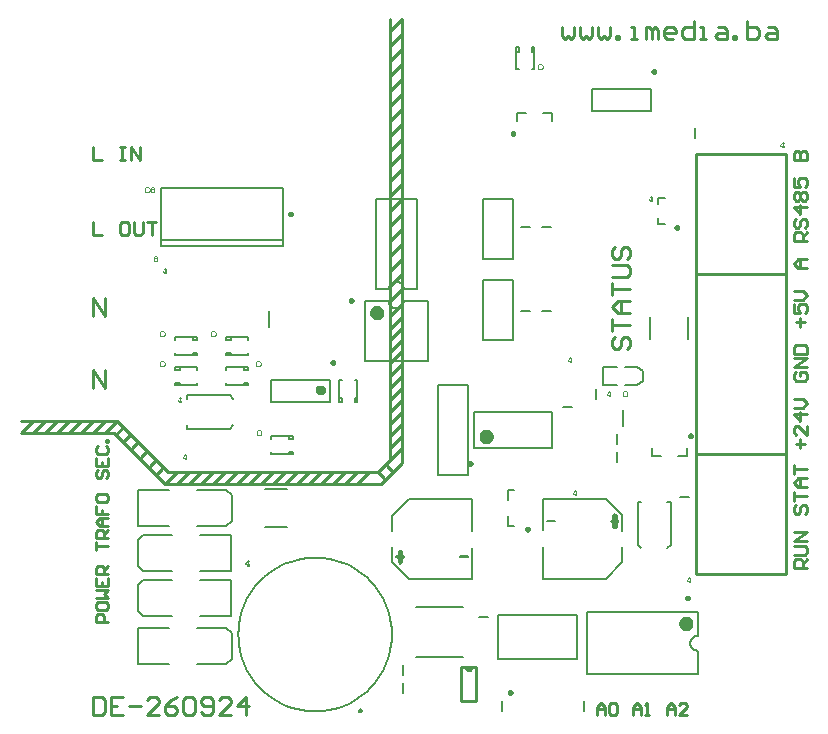
<source format=gto>
%FSDAX24Y24*%
%MOIN*%
%SFA1B1*%

%IPPOS*%
%ADD10C,0.023600*%
%ADD11C,0.009800*%
%ADD12C,0.007900*%
%ADD13C,0.015700*%
%ADD14C,0.010000*%
%ADD15C,0.006000*%
%ADD16C,0.008000*%
%ADD100C,0.005000*%
%LNde-260924-1*%
%LPD*%
G54D100*
X029160Y024457D02*
X028898D01*
Y024485*
X029160*
Y024457*
X026912Y024485D02*
X027029D01*
Y024457*
X026912*
Y024236*
X026884*
Y024457*
X026767*
Y024485*
X026884*
Y024706*
X026912*
Y024485*
G54D14*
X026862Y024435D02*
X026979D01*
Y024507*
X026862*
Y024286*
X026934*
Y024507*
X026817*
Y024435*
X026934*
Y024656*
X026862*
Y024435*
G54D100*
X032049Y025652D02*
X031787D01*
Y025680*
X032049*
Y025652*
X034062Y025680D02*
X034179D01*
Y025652*
X034062*
Y025431*
X034034*
Y025652*
X033918*
Y025680*
X034034*
Y025901*
X034062*
Y025680*
G54D14*
X034012Y025630D02*
X034129D01*
Y025702*
X034012*
Y025481*
X034084*
Y025702*
X033968*
Y025630*
X034084*
Y025851*
X034012*
Y025630*
G54D100*
X025565Y019331D02*
X025617D01*
Y019359*
X025565*
Y019307*
X025593*
Y019359*
X025541*
Y019331*
X025593*
Y019383*
X025565*
Y019331*
X025615Y019381D02*
X025567D01*
Y019309*
X025615*
Y019357*
X025543*
Y019309*
X025591*
Y019381*
X025543*
Y019333*
X025615*
Y019381*
X025550Y019330D02*
X025620D01*
X035288Y036358D02*
X035302Y036346D01*
Y036374*
X035289Y036361*
X035281Y036328*
X035303*
Y036374*
X035219*
Y036363*
X035294Y036470*
X035276*
X035288Y036358*
X035250Y036380D02*
Y036400D01*
X039681Y038156D02*
X039695Y038144D01*
Y038173*
X039682Y038160*
X039674Y038127*
X039696*
Y038173*
X039612*
Y038161*
X039687Y038268*
X039669*
X039681Y038156*
X039640Y038180D02*
Y038200D01*
X039690Y038140D02*
Y038160D01*
X033892Y029856D02*
X033906Y029844D01*
Y029873*
X033893Y029860*
X033885Y029827*
X033907*
Y029873*
X033823*
Y029861*
X033898Y029968*
X033880*
X033892Y029856*
X033850Y029880D02*
Y029900D01*
X033900Y029840D02*
Y029860D01*
X036563Y023658D02*
X036577Y023646D01*
Y023674*
X036564Y023661*
X036556Y023628*
X036577*
Y023674*
X036494*
Y023663*
X036569Y023770*
X036551*
X036563Y023658*
X036520Y023680D02*
Y023700D01*
X036570Y023640D02*
Y023660D01*
X032598Y030985D02*
X032612Y030973D01*
Y031001*
X032599Y030988*
X032591Y030955*
X032613*
Y031001*
X032529*
Y030990*
X032604Y031097*
X032586*
X032598Y030985*
X032560Y031010D02*
Y031030D01*
X019763Y027756D02*
X019777Y027744D01*
Y027772*
X019764Y027759*
X019756Y027726*
X019777*
Y027772*
X019694*
Y027761*
X019769Y027868*
X019751*
X019763Y027756*
X019720Y027780D02*
Y027800D01*
X019770Y027740D02*
Y027760D01*
X018769Y034470D02*
X018771D01*
X018768*
X018772Y034469*
X018773Y034469*
X018776Y034468*
X018783Y034465*
X018784Y034464*
X018786Y034463*
X018783Y034472*
X018787Y034462*
X018788Y034461*
X018789Y034460*
X018790Y034459*
X018790Y034458*
X018792Y034454*
X018794Y034450*
X018795Y034449*
Y034449*
Y034445*
Y034443*
Y034444*
X018794Y034440*
X018794Y034441*
X018792Y034437*
X018789Y034427*
X018790Y034433*
X018797Y034440*
X018792Y034438*
X018789Y034434*
X018786Y034431*
X018747Y034416*
X018784Y034384*
X018794Y034381*
X018789Y034382*
X018783Y034383*
X018790Y034379*
X018791Y034379*
X018796Y034375*
X018798Y034373*
X018797Y034374*
X018798Y034373*
X018799Y034370*
X018801Y034365*
X018803Y034361*
Y034358*
Y034357*
Y034355*
Y034363*
X018802Y034362*
Y034349*
Y034350*
X018802Y034350*
X018800Y034344*
X018799Y034344*
X018797Y034340*
X018796Y034338*
X018792Y034333*
X018794Y034335*
X018788Y034332*
X018787Y034330*
X018792Y034333*
X018789Y034332*
X018784Y034328*
X018785Y034329*
X018779Y034327*
X018775Y034325*
X018772Y034325*
X018765Y034324*
X018765Y034325*
X018762*
X018760*
X018762*
X018758Y034325*
X018754Y034326*
X018747Y034328*
X018745Y034328*
X018744Y034329*
X018742Y034330*
X018737Y034333*
X018740Y034325*
X018729Y034333*
X018754Y034316*
X018734Y034335*
X018736Y034333*
X018735Y034335*
X018733Y034337*
X018733Y034337*
X018732Y034339*
X018731Y034341*
X018729Y034344*
X018726Y034350*
X018727Y034351*
X018727Y034352*
Y034354*
Y034358*
Y034359*
Y034360*
Y034361*
Y034363*
X018727Y034363*
X018728Y034369*
X018729Y034369*
X018730Y034372*
X018734Y034382*
X018722Y034373*
X018772Y034414*
X018732Y034375*
X018732Y034375*
X018736Y034378*
X018739Y034380*
X018741Y034407*
X018734Y034444*
X018749Y034429*
X018744Y034431*
X018742Y034432*
X018740Y034433*
X018739Y034434*
X018734Y034439*
X018735Y034437*
X018737Y034435*
X018736Y034437*
X018736Y034436*
X018735Y034441*
X018734Y034443*
X018734Y034444*
X018734Y034447*
X018733Y034442*
X018734Y034446*
X018735Y034451*
Y034453*
X018734Y034451*
X018735Y034453*
X018739Y034460*
X018739Y034461*
X018737Y034459*
X018749Y034474*
X018734Y034461*
X018742Y034471*
X018722Y034443*
X018724Y034450*
X018719Y034440*
X018745Y034466*
X018743Y034464*
X018748Y034466*
X018748Y034467*
X018750Y034467*
X018754Y034468*
X018758Y034470*
X018763*
X018767Y034471*
X018758Y034474*
X018769Y034470*
X018750Y034340D02*
Y034410D01*
Y034440D02*
Y034470D01*
X019088Y033956D02*
X019102Y033944D01*
Y033973*
X019089Y033960*
X019081Y033927*
X019103*
Y033973*
X019019*
Y033961*
X019094Y034068*
X019076*
X019088Y033956*
X019050Y033980D02*
Y034000D01*
X021845Y024211D02*
X021859Y024199D01*
Y024227*
X021846Y024214*
X021838Y024181*
X021859*
Y024227*
X021776*
Y024216*
X021851Y024323*
X021833*
X021845Y024211*
X021810Y024240D02*
Y024260D01*
X034420Y029969D02*
X034429Y029969D01*
X034435Y029968*
X034440Y029967*
X034445Y029967*
X034437Y029970*
X034469Y029957*
X034443Y029965*
X034446Y029964*
X034451Y029961*
X034453Y029960*
X034462Y029956*
X034456Y029959*
X034456Y029959*
X034457Y029958*
X034461Y029954*
X034463Y029950*
X034467Y029945*
X034469Y029941*
X034472Y029934*
X034471Y029938*
X034472Y029932*
X034472Y029934*
Y029933*
X034474Y029927*
X034475Y029924*
X034475Y029921*
X034477Y029915*
Y029907*
X034478Y029898*
X034478Y029899*
Y029897*
X034478Y029901*
X034477Y029892*
X034476Y029881*
Y029878*
X034475Y029875*
X034472Y029864*
X034472Y029860*
Y029859*
X034472Y029860*
X034472Y029862*
X034471Y029862*
X034469Y029857*
X034467Y029854*
X034462Y029845*
X034462Y029845*
X034463Y029846*
X034459Y029842*
X034456Y029837*
X034456Y029838*
X034461Y029839*
X034452Y029837*
X034450Y029835*
X034448Y029834*
X034448Y029834*
X034448Y029834*
X034441Y029831*
X034440Y029830*
X034442Y029830*
X034443Y029831*
X034438Y029830*
X034429Y029829*
X034424Y029828*
X034422Y029828*
X034419Y029828*
X034413*
X034369*
Y029970*
X034418*
X034420Y029969*
X034390Y029840D02*
Y029970D01*
X034440Y029840D02*
Y029970D01*
X031594Y040869D02*
X031603Y040869D01*
X031609Y040868*
X031614Y040867*
X031619Y040867*
X031611Y040870*
X031643Y040857*
X031617Y040865*
X031620Y040865*
X031620Y040865*
X031624Y040862*
X031627Y040860*
X031636Y040856*
X031630Y040859*
X031630Y040859*
X031631Y040858*
X031637Y040851*
X031638Y040850*
X031640Y040846*
X031643Y040841*
X031646Y040834*
X031645Y040838*
X031646Y040832*
X031648Y040828*
X031647Y040832*
Y040830*
X031649Y040824*
X031649Y040821*
X031651Y040813*
X031652Y040807*
Y040800*
Y040799*
Y040798*
Y040796*
Y040794*
Y040792*
X031651Y040791*
X031650Y040783*
Y040778*
X031648Y040773*
X031648Y040772*
X031647Y040766*
X031646Y040759*
X031646Y040760*
X031646Y040762*
X031645Y040762*
X031643Y040757*
X031636Y040744*
X031647Y040751*
X031634Y040742*
X031636Y040744*
X031637Y040746*
X031633Y040742*
X031630Y040737*
X031630Y040738*
X031629Y040738*
X031627Y040737*
X031622Y040734*
X031622Y040734*
X031620Y040734*
X031614Y040729*
X031613Y040730*
X031615Y040730*
X031617Y040731*
X031612Y040730*
X031603Y040729*
X031601Y040729*
X031597*
X031591Y040728*
X031587*
X031543*
Y040870*
X031592*
X031594Y040869*
X031560Y040740D02*
Y040870D01*
X031610Y040740D02*
Y040870D01*
X018494Y036769D02*
X018503Y036769D01*
X018509Y036768*
X018514Y036767*
X018519Y036767*
X018511Y036770*
X018543Y036757*
X018517Y036765*
X018520Y036765*
X018520Y036765*
X018524Y036762*
X018527Y036760*
X018536Y036756*
X018530Y036759*
X018530Y036759*
X018531Y036758*
X018537Y036751*
X018538Y036750*
X018540Y036746*
X018543Y036741*
X018546Y036734*
X018545Y036738*
X018546Y036732*
X018548Y036728*
X018547Y036732*
Y036730*
X018549Y036724*
X018549Y036721*
X018551Y036713*
X018552Y036707*
Y036700*
Y036699*
Y036697*
Y036696*
Y036694*
Y036692*
X018551Y036691*
X018550Y036683*
Y036678*
X018548Y036673*
X018548Y036672*
X018547Y036666*
X018546Y036659*
X018546Y036660*
X018546Y036662*
X018545Y036662*
X018543Y036657*
X018536Y036644*
X018547Y036651*
X018534Y036642*
X018534Y036642*
X018536Y036646*
X018534Y036645*
X018530Y036637*
X018530Y036638*
X018529Y036638*
X018527Y036637*
X018522Y036634*
X018522Y036634*
X018520Y036634*
X018514Y036629*
X018513Y036630*
X018515Y036630*
X018517Y036631*
X018512Y036630*
X018503Y036629*
X018501Y036629*
X018497*
X018491Y036628*
X018487*
X018443*
Y036770*
X018492*
X018494Y036769*
X018460Y036640D02*
Y036770D01*
X018510Y036640D02*
Y036770D01*
X018663D02*
X018671D01*
X018668*
X018672Y036769*
X018673Y036769*
X018676Y036768*
X018683Y036765*
X018684Y036764*
X018686Y036763*
X018683Y036772*
X018687Y036762*
X018688Y036761*
X018689Y036760*
X018690Y036759*
X018691Y036758*
X018692Y036755*
X018694Y036750*
X018695Y036749*
Y036749*
Y036745*
Y036743*
Y036744*
X018694Y036740*
X018693Y036738*
X018693Y036737*
X018690Y036729*
X018692Y036735*
X018697Y036740*
X018692Y036738*
X018689Y036734*
X018686Y036731*
X018647Y036716*
X018684Y036684*
X018694Y036681*
X018689Y036682*
X018683Y036683*
X018690Y036679*
X018691Y036678*
X018696Y036675*
X018700Y036673*
X018698Y036673*
X018697Y036675*
X018698Y036672*
X018699Y036670*
X018701Y036665*
X018703Y036661*
Y036658*
Y036657*
Y036656*
Y036655*
Y036653*
X018703Y036654*
X018702Y036639*
Y036650*
X018702Y036650*
X018699Y036643*
X018699Y036642*
X018698Y036640*
X018696Y036638*
X018694Y036636*
X018702Y036638*
X018694Y036635*
X018691Y036632*
X018690Y036631*
X018691Y036632*
X018692Y036633*
X018689Y036632*
X018684Y036628*
X018685Y036629*
X018679Y036627*
X018675Y036625*
X018672Y036625*
X018665Y036624*
X018665Y036625*
X018662*
X018660*
X018662*
X018658Y036625*
X018657Y036625*
X018656Y036625*
X018647Y036628*
X018646Y036628*
X018641Y036631*
X018637Y036633*
X018640Y036625*
X018629Y036633*
X018654Y036616*
X018634Y036635*
X018636Y036633*
X018635Y036635*
X018633Y036637*
X018633Y036637*
X018632Y036639*
X018631Y036641*
X018630Y036643*
X018628Y036650*
X018628Y036650*
Y036651*
X018627Y036656*
Y036658*
Y036659*
Y036660*
Y036661*
Y036663*
X018627Y036663*
X018628Y036669*
X018629Y036669*
X018630Y036672*
X018634Y036682*
X018622Y036673*
X018672Y036714*
X018632Y036675*
X018632Y036675*
X018636Y036678*
X018639Y036680*
X018641Y036707*
X018634Y036744*
X018649Y036729*
X018644Y036731*
X018642Y036732*
X018640Y036733*
X018639Y036734*
X018634Y036739*
X018635Y036737*
X018637Y036735*
X018636Y036737*
X018636Y036736*
X018636Y036738*
X018635Y036741*
X018635Y036746*
Y036747*
Y036748*
Y036750*
Y036751*
Y036753*
X018634Y036751*
X018635Y036753*
X018638Y036758*
X018640Y036761*
X018638Y036759*
X018640Y036759*
X018632Y036757*
X018641Y036769*
X018623Y036745*
X018624Y036751*
X018625Y036754*
X018643Y036763*
X018645Y036765*
X018644Y036764*
X018647Y036766*
X018649Y036767*
X018648Y036767*
X018650Y036767*
X018654Y036768*
X018659Y036770*
X018662Y036770*
X018665Y036771*
X018661*
X018663Y036770*
X018640Y036640D02*
Y036770D01*
X018690Y036650D02*
Y036670D01*
X018994Y030969D02*
X019003Y030969D01*
X019009Y030968*
X019016Y030967*
X019008Y030967*
X019007Y030969*
X019017Y030965*
X019020Y030965*
X019020Y030965*
X019024Y030962*
X019027Y030960*
X019036Y030956*
X019030Y030959*
X019030Y030959*
X019031Y030958*
X019037Y030951*
X019039Y030949*
X019041Y030946*
X019043Y030942*
X019046Y030934*
X019045Y030938*
X019046Y030932*
X019048Y030928*
X019047Y030932*
Y030930*
X019049Y030924*
X019049Y030921*
X019051Y030913*
X019052Y030907*
Y030900*
Y030899*
Y030898*
Y030896*
Y030894*
Y030892*
X019051Y030889*
X019051Y030884*
X019050Y030879*
X019048Y030873*
X019048Y030872*
X019047Y030866*
X019046Y030859*
X019046Y030860*
X019046Y030862*
X019045Y030862*
X019043Y030857*
X019036Y030844*
X019047Y030851*
X019034Y030842*
X019034Y030842*
X019036Y030846*
X019034Y030845*
X019030Y030837*
X019030Y030838*
X019026Y030836*
X019025Y030835*
X019024Y030834*
X019022Y030834*
X019018Y030831*
X019017Y030831*
X019012Y030830*
X019003Y030829*
X019001Y030829*
X018997*
X018991Y030828*
X018987*
X018944*
Y030970*
X018992*
X018994Y030969*
X018960Y030840D02*
Y030970D01*
X019010Y030840D02*
Y030970D01*
X022197D02*
D01*
X022203Y030969*
X022208Y030968*
X022215Y030967*
X022219Y030967*
X022216*
X022216Y030966*
X022221Y030964*
X022224Y030962*
X022222Y030970*
X022224Y030964*
X022229Y030959*
X022232Y030956*
X022233Y030955*
X022234Y030955*
X022237Y030950*
X022240Y030946*
X022242Y030941*
X022243Y030943*
X022244Y030945*
X022245Y030938*
X022245Y030940*
X022246Y030934*
X022248Y030926*
X022247Y030930*
Y030929*
X022248Y030922*
X022250Y030914*
X022251Y030908*
Y030900*
Y030899*
Y030898*
Y030897*
Y030895*
Y030892*
X022250Y030885*
X022249Y030879*
X022248Y030873*
X022248Y030874*
X022246Y030867*
X022243Y030860*
X022242Y030855*
X022240Y030851*
X022235Y030841*
X022237Y030847*
X022239Y030849*
X022235Y030845*
X022233Y030844*
X022229Y030839*
X022226Y030836*
X022233Y030838*
X022224Y030835*
X022224Y030835*
X022225Y030836*
X022222Y030835*
X022221Y030834*
X022218Y030833*
X022214Y030831*
X022216Y030831*
X022207Y030828*
X022211Y030829*
X022215Y030831*
X022209*
X022205Y030830*
X022201*
X022196Y030829*
X022190*
X022184Y030828*
X022143*
Y030970*
X022192*
X022197*
X022160Y030840D02*
Y030970D01*
X022210Y030840D02*
Y030970D01*
X019576Y029644D02*
X019603D01*
Y029673*
X019576*
Y029627*
X019603*
Y029673*
X019520*
Y029661*
X019594Y029768*
X019576*
Y029644*
X019550Y029680D02*
Y029700D01*
X018994Y031969D02*
X019003Y031969D01*
X019009Y031968*
X019016Y031967*
X019008Y031967*
X019007Y031969*
X019017Y031965*
X019020Y031965*
X019020Y031965*
X019024Y031962*
X019027Y031960*
X019036Y031956*
X019030Y031959*
X019030Y031959*
X019031Y031958*
X019037Y031951*
X019039Y031949*
X019041Y031946*
X019043Y031942*
X019046Y031934*
X019045Y031938*
X019046Y031932*
X019048Y031928*
X019047Y031932*
Y031930*
X019049Y031924*
X019049Y031921*
X019051Y031913*
X019052Y031907*
Y031900*
Y031899*
Y031897*
Y031896*
Y031894*
Y031892*
X019051Y031889*
X019051Y031884*
X019050Y031879*
X019048Y031873*
X019048Y031872*
X019047Y031866*
X019046Y031859*
X019046Y031860*
X019046Y031862*
X019045Y031862*
X019043Y031857*
X019036Y031844*
X019047Y031851*
X019034Y031842*
X019034Y031842*
X019036Y031846*
X019034Y031845*
X019030Y031837*
X019030Y031838*
X019026Y031836*
X019025Y031835*
X019024Y031834*
X019022Y031834*
X019018Y031831*
X019017Y031831*
X019012Y031830*
X019003Y031829*
X019001Y031829*
X018997*
X018991Y031828*
X018987*
X018944*
Y031970*
X018992*
X018994Y031969*
X018960Y031840D02*
Y031970D01*
X019010Y031840D02*
Y031970D01*
X020698Y031968D02*
X020704D01*
X020704Y031967*
X020709Y031966*
X020715Y031965*
X020720Y031965*
X020712Y031968*
X020722Y031964*
X020719*
X020723Y031962*
X020725Y031961*
X020730Y031958*
X020738Y031954*
X020730Y031957*
X020731Y031957*
X020732Y031956*
X020735Y031953*
X020737Y031951*
X020739Y031948*
X020742Y031944*
X020744Y031940*
X020744Y031942*
X020748Y031933*
X020746Y031938*
Y031934*
X020749Y031926*
X020748Y031930*
Y031930*
X020749Y031923*
X020750Y031920*
X020752Y031911*
X020753Y031905*
Y031898*
Y031897*
Y031896*
Y031894*
Y031893*
Y031890*
X020752Y031887*
X020752Y031882*
X020751Y031878*
X020749Y031871*
X020749Y031870*
X020748Y031864*
X020748Y031865*
X020747Y031863*
X020746Y031861*
X020744Y031855*
X020743Y031853*
X020740Y031848*
X020739Y031846*
X020741Y031848*
X020737Y031844*
X020736Y031842*
X020734Y031840*
X020733Y031839*
X020729Y031836*
X020725Y031832*
X020726Y031833*
X020727Y031834*
X020724Y031833*
X020722Y031831*
X020720Y031830*
X020716Y031830*
X020717Y031829*
X020718Y031829*
X020717*
X020710*
X020703Y031827*
X020702Y031827*
X020701*
X020693*
X020686Y031826*
X020644*
Y031968*
X020693*
X020698*
X020660Y031840D02*
Y031970D01*
X020710Y031840D02*
Y031970D01*
X022216Y028668D02*
D01*
X022222Y028667*
X022227Y028666*
X022234Y028665*
X022238Y028665*
X022230Y028668*
X022240Y028664*
X022237*
X022235Y028664*
X022240Y028662*
X022244Y028660*
X022248Y028658*
X022256Y028654*
X022248Y028665*
X022262Y028649*
X022250Y028654*
X022251Y028653*
X022255Y028650*
X022255Y028650*
X022260Y028643*
X022262Y028639*
X022262Y028641*
X022262Y028632*
X022264Y028631*
Y028634*
X022265Y028632*
Y028630*
X022267Y028625*
X022267Y028626*
X022267Y028623*
X022268Y028620*
X022269Y028612*
X022270Y028604*
X022271Y028596*
X022271Y028597*
Y028596*
Y028604*
X022270Y028603*
Y028590*
X022269Y028583*
X022268Y028577*
X022267Y028571*
X022265Y028562*
X022265Y028565*
X022265Y028565*
X022264Y028560*
X022263Y028558*
X022262Y028555*
X022261Y028553*
X022259Y028549*
X022254Y028539*
X022256Y028545*
X022258Y028547*
X022254Y028543*
X022251Y028538*
X022251Y028539*
X022252Y028542*
X022245Y028534*
X022252Y028536*
X022243Y028533*
X022243Y028533*
X022244Y028534*
X022241Y028533*
X022239Y028531*
X022260Y028540*
X022232Y028528*
X022236Y028529*
X022235*
X022228*
X022221Y028527*
X022217Y028526*
X022218Y028527*
X022209*
X022203Y028526*
X022162*
Y028668*
X022211*
X022216*
X022180Y028540D02*
Y028670D01*
X022230Y028550D02*
Y028670D01*
X032767Y026556D02*
X032781Y026544D01*
Y026573*
X032768Y026560*
X032760Y026527*
X032781*
Y026573*
X032698*
Y026561*
X032773Y026668*
X032755*
X032767Y026556*
X032730Y026580D02*
Y026600D01*
%LNde-260924-2*%
%LPC*%
G36*
X032006Y034151D02*
X032004D01*
X032001*
X031998Y034150*
X031995Y034149*
X031991Y034148*
X031987Y034146*
X031983Y034143*
Y034142*
X031982Y034141*
X031981Y034139*
X031979Y034137*
X031978Y034134*
X031976Y034130*
X031975Y034126*
Y034122*
Y034121*
Y034120*
Y034117*
X031976Y034114*
X031977Y034110*
X031978Y034107*
X031981Y034103*
X031983Y034100*
X031984Y034099*
X031985Y034098*
X031987Y034097*
X031990Y034095*
X031993Y034094*
X031997Y034092*
X032001Y034091*
X032006*
X032007*
X032008*
X032011Y034092*
X032014*
X032018Y034093*
X032021Y034095*
X032025Y034097*
X032029Y034100*
X032030Y034101*
X032031Y034103*
X032033Y034105*
X032035Y034109*
X032036Y034112*
X032037Y034116*
Y034121*
Y034123*
Y034125*
X032036Y034128*
X032035Y034132*
X032034Y034135*
X032031Y034139*
X032028Y034143*
X032027Y034144*
X032025Y034145*
X032022Y034147*
X032019Y034149*
X032015Y034150*
X032011Y034151*
X032006*
G37*
G36*
X032005Y034072D02*
X032004D01*
X032003*
X031999Y034071*
X031996*
X031991Y034069*
X031987Y034067*
X031982Y034064*
X031978Y034061*
X031977Y034060*
X031976Y034059*
X031975Y034056*
X031973Y034053*
X031970Y034049*
X031969Y034045*
X031968Y034039*
X031967Y034033*
Y034032*
Y034030*
X031968Y034027*
Y034024*
X031969Y034021*
X031970Y034018*
X031972Y034014*
Y034012*
X031973Y034011*
X031975Y034009*
X031977Y034006*
X031980Y034004*
X031982Y034002*
X031986Y033999*
X031987*
X031989Y033998*
X031992Y033997*
X031995Y033996*
X031998Y033995*
X032002*
X032006Y033994*
X032008*
X032009Y033995*
X032012*
X032016Y033996*
X032021Y033997*
X032025Y033999*
X032030Y034002*
X032034Y034005*
X032035Y034006*
X032036Y034007*
X032038Y034010*
X032040Y034013*
X032042Y034017*
X032044Y034021*
X032045Y034027*
Y034033*
Y034034*
Y034035*
Y034038*
X032044Y034043*
X032042Y034047*
X032040Y034051*
X032038Y034056*
X032034Y034061*
X032033*
X032032Y034062*
X032029Y034064*
X032026Y034066*
X032022Y034068*
X032017Y034070*
X032011Y034071*
X032005Y034072*
G37*
G36*
X035278Y036457D02*
X035217Y036371D01*
X035278*
Y036457*
G37*
G36*
X039506Y023671D02*
X039451D01*
Y023602*
X039503*
X039505Y023603*
X039507*
X039509*
X039514*
X039520Y023605*
X039526Y023606*
X039531Y023608*
X039534Y023610*
X039536Y023611*
Y023612*
X039537Y023613*
X039539Y023615*
X039541Y023618*
X039543Y023622*
X039544Y023626*
X039546Y023631*
Y023637*
Y023638*
Y023639*
Y023641*
X039545Y023644*
Y023647*
X039544Y023651*
X039542Y023654*
X039540Y023657*
Y023658*
X039539Y023659*
X039537Y023660*
X039536Y023662*
X039533Y023664*
X039531Y023666*
X039528Y023667*
X039524Y023669*
X039523*
X039521*
X039519Y023670*
X039515*
X039511*
X039506Y023671*
G37*
G36*
X036559Y033707D02*
X036557D01*
X036556Y033706*
X036554*
X036550Y033705*
X036546Y033704*
X036541Y033702*
X036536Y033699*
X036532Y033695*
X036531Y033694*
X036530Y033693*
X036528Y033691*
X036526Y033687*
X036524Y033683*
X036523Y033678*
X036521Y033672*
Y033665*
Y033663*
Y033661*
Y033658*
X036522Y033654*
X036523Y033650*
X036524Y033646*
X036526Y033642*
Y033641*
X036527Y033640*
X036528Y033638*
X036530Y033635*
X036532Y033633*
X036534Y033630*
X036537Y033627*
X036540Y033625*
X036541*
X036542Y033624*
X036544Y033623*
X036546Y033622*
X036549Y033621*
X036552Y033620*
X036556Y033619*
X036560*
X036561*
X036562*
X036565Y033620*
X036569*
X036573Y033622*
X036577Y033624*
X036582Y033627*
X036584Y033629*
X036586Y033631*
Y033632*
X036587Y033633*
X036589Y033636*
X036591Y033640*
X036593Y033644*
X036595Y033650*
X036596Y033656*
Y033664*
Y033665*
Y033666*
Y033667*
Y033669*
Y033671*
X036595Y033675*
X036594Y033680*
X036592Y033685*
X036589Y033690*
X036586Y033695*
X036585Y033696*
X036584Y033697*
X036582Y033699*
X036578Y033701*
X036575Y033703*
X036570Y033705*
X036565Y033706*
X036559Y033707*
G37*
G36*
X036406Y033772D02*
X036351D01*
Y033704*
X036403*
X036405*
X036407*
X036409*
X036414Y033705*
X036420Y033706*
X036426Y033707*
X036431Y033710*
X036434Y033711*
X036436Y033713*
X036437Y033714*
X036439Y033717*
X036441Y033719*
X036443Y033723*
X036444Y033727*
X036446Y033732*
Y033738*
Y033739*
Y033740*
Y033743*
X036445Y033745*
Y033748*
X036444Y033752*
X036442Y033755*
X036440Y033759*
X036439Y033760*
X036437Y033761*
X036436Y033763*
X036433Y033765*
X036431Y033767*
X036428Y033769*
X036424Y033770*
X036423*
X036421Y033771*
X036419*
X036415*
X036411Y033772*
X036406*
G37*
G36*
X039671Y038255D02*
X039610Y038169D01*
X039671*
Y038255*
G37*
G36*
X039507Y038271D02*
X039452D01*
Y038202*
X039503*
X039505Y038203*
X039507*
X039509*
X039515*
X039520Y038205*
X039526Y038206*
X039532Y038208*
X039534Y038210*
X039536Y038211*
X039537Y038212*
X039538Y038213*
X039539Y038215*
X039541Y038218*
X039543Y038222*
X039545Y038226*
X039546Y038231*
Y038237*
Y038238*
Y038239*
Y038241*
Y038244*
X039545Y038247*
X039544Y038251*
X039542Y038254*
X039540Y038257*
Y038258*
X039539Y038259*
X039538Y038260*
X039536Y038262*
X039534Y038264*
X039531Y038266*
X039528Y038267*
X039524Y038269*
X039523*
X039521*
X039519Y038270*
X039516*
X039512*
X039507Y038271*
G37*
G36*
X032045Y031205D02*
X032043D01*
X032042*
X032039*
X032035Y031204*
X032031Y031203*
X032026Y031200*
X032022Y031198*
X032018Y031194*
X032017Y031193*
X032016Y031192*
X032014Y031189*
X032012Y031186*
X032010Y031182*
X032008Y031176*
X032007Y031170*
X032006Y031164*
Y031163*
Y031162*
X032007Y031159*
Y031156*
X032008Y031153*
X032009Y031149*
X032010Y031145*
X032011Y031141*
X032012Y031140*
X032013Y031139*
X032014Y031137*
X032015Y031134*
X032017Y031132*
X032020Y031129*
X032023Y031126*
X032026Y031124*
Y031123*
X032028*
X032029Y031122*
X032032Y031121*
X032035Y031120*
X032038Y031119*
X032042Y031118*
X032046*
X032047*
X032048*
X032051*
X032054Y031119*
X032058Y031121*
X032063Y031123*
X032067Y031126*
X032069Y031128*
X032071Y031130*
X032072*
X032073Y031132*
X032075Y031135*
X032077Y031138*
X032079Y031143*
X032080Y031149*
X032082Y031155*
Y031162*
Y031163*
Y031164*
Y031166*
Y031167*
Y031169*
X032081Y031174*
X032080Y031179*
X032078Y031184*
X032075Y031189*
X032071Y031194*
X032069Y031196*
X032067Y031197*
X032064Y031200*
X032060Y031202*
X032056Y031203*
X032051Y031205*
X032045*
G37*
G36*
X034570Y027805D02*
X034569D01*
X034567*
X034565*
X034561Y027804*
X034557Y027803*
X034552Y027800*
X034547Y027798*
X034543Y027794*
X034542Y027793*
X034541Y027792*
X034539Y027789*
X034537Y027786*
X034536Y027782*
X034534Y027776*
X034533Y027770*
X034532Y027764*
Y027763*
Y027762*
Y027759*
X034533Y027756*
Y027753*
X034534Y027749*
X034535Y027745*
X034537Y027741*
Y027740*
X034538Y027739*
X034539Y027737*
X034541Y027734*
X034543Y027732*
X034545Y027729*
X034548Y027726*
X034551Y027724*
X034552Y027723*
X034553*
X034555Y027722*
X034557Y027721*
X034560Y027720*
X034564Y027719*
X034567Y027718*
X034571*
X034572*
X034574*
X034576*
X034580Y027719*
X034584Y027721*
X034588Y027723*
X034593Y027726*
X034595Y027728*
X034597Y027730*
X034598Y027732*
X034600Y027735*
X034602Y027738*
X034604Y027743*
X034606Y027749*
X034607Y027755*
X034608Y027762*
Y027763*
Y027764*
X034607Y027766*
Y027767*
Y027769*
X034606Y027774*
X034605Y027779*
X034603Y027784*
X034600Y027789*
X034597Y027794*
X034596*
X034595Y027796*
X034593Y027797*
X034590Y027800*
X034586Y027802*
X034581Y027803*
X034576Y027805*
X034570*
G37*
G36*
X033882Y029955D02*
X033821Y029869D01*
X033882*
Y029955*
G37*
G36*
X030368Y022947D02*
X030363D01*
X030362*
X030359*
X030356Y022946*
X030351Y022944*
X030346Y022942*
X030342Y022939*
X030340Y022937*
X030337Y022934*
X030336Y022933*
Y022932*
X030334Y022929*
X030332Y022926*
X030330Y022921*
X030328Y022915*
X030327Y022908*
X030326Y022901*
Y022900*
Y022898*
Y022896*
X030327Y022895*
Y022891*
X030329Y022886*
X030330Y022881*
X030333Y022876*
X030337Y022872*
Y022871*
X030339Y022870*
X030341Y022868*
X030344Y022866*
X030348Y022864*
X030353Y022862*
X030358Y022861*
X030364Y022860*
X030366*
X030367*
X030370Y022861*
X030374Y022862*
X030378Y022863*
X030383Y022865*
X030387Y022868*
X030391Y022872*
X030392*
X030393Y022874*
X030394Y022876*
X030397Y022880*
X030399Y022884*
X030400Y022890*
X030401Y022896*
X030402Y022903*
Y022904*
Y022905*
Y022906*
Y022908*
X030401Y022910*
Y022915*
X030399Y022920*
X030397Y022926*
X030395Y022931*
X030391Y022936*
X030389Y022937*
X030387Y022939*
X030384Y022942*
X030380Y022944*
X030376Y022945*
X030371Y022947*
X030368*
G37*
G36*
X029265Y019502D02*
X029263D01*
X029260*
X029257Y019501*
X029253Y019500*
X029249Y019499*
X029246Y019496*
X029242Y019493*
X029241Y019492*
X029239Y019490*
X029238Y019487*
X029236Y019484*
X029235Y019481*
X029234Y019477*
X029233Y019473*
Y019472*
X029234Y019470*
Y019468*
X029235Y019465*
X029236Y019461*
X029237Y019458*
X029239Y019454*
X029242Y019450*
X029244Y019449*
X029246Y019448*
X029248Y019446*
X029251Y019445*
X029255Y019443*
X029260Y019442*
X029265*
X029267*
X029269*
X029273Y019443*
X029276Y019444*
X029280Y019445*
X029284Y019448*
X029287Y019450*
Y019451*
X029289Y019452*
X029290Y019454*
X029292Y019456*
X029293Y019459*
X029295Y019463*
X029296Y019467*
Y019471*
Y019472*
Y019474*
Y019476*
X029295Y019479*
X029294Y019482*
X029292Y019486*
X029290Y019490*
X029287Y019493*
Y019494*
X029285Y019495*
X029283Y019496*
X029281Y019498*
X029278Y019499*
X029274Y019501*
X029269Y019502*
X029265*
G37*
G36*
X029264Y019423D02*
X029262D01*
X029261Y019422*
X029258*
X029254Y019421*
X029250Y019420*
X029245Y019418*
X029241Y019415*
X029237Y019412*
X029236Y019411*
X029235Y019410*
X029233Y019407*
X029231Y019404*
X029229Y019400*
X029227Y019395*
X029226Y019390*
Y019384*
Y019382*
Y019381*
Y019378*
X029227Y019375*
X029228Y019372*
X029229Y019368*
X029230Y019365*
Y019364*
X029231Y019363*
X029232Y019361*
X029234Y019360*
X029236Y019357*
X029238Y019355*
X029241Y019352*
X029244Y019350*
X029245*
X029246Y019349*
X029248Y019348*
X029250*
X029253Y019347*
X029257Y019346*
X029261Y019345*
X029265*
X029266*
X029268*
X029271Y019346*
X029275*
X029279Y019348*
X029284Y019350*
X029288Y019352*
X029293Y019356*
X029294Y019358*
X029296Y019360*
X029298Y019363*
X029300Y019367*
X029302Y019372*
X029303Y019377*
X029304Y019383*
Y019384*
Y019385*
Y019386*
X029303Y019389*
X029302Y019393*
X029301Y019397*
X029299Y019402*
X029296Y019407*
X029292Y019411*
Y019412*
X029291Y019413*
X029288Y019415*
X029285Y019417*
X029281Y019419*
X029276Y019421*
X029270Y019422*
X029264Y019423*
G37*
G36*
X029388Y030584D02*
X029386D01*
X029385Y030583*
X029382*
X029378Y030582*
X029374Y030581*
X029369Y030579*
X029365Y030576*
X029360Y030572*
Y030571*
X029359Y030570*
X029357Y030568*
X029355Y030564*
X029353Y030560*
X029351Y030555*
X029350Y030549*
X029349Y030542*
Y030541*
Y030540*
X029350Y030538*
Y030535*
X029351Y030531*
X029352Y030527*
X029353Y030523*
X029354Y030519*
X029355Y030518*
X029356Y030517*
X029357Y030515*
X029358Y030512*
X029360Y030510*
X029363Y030507*
X029365Y030504*
X029369Y030502*
X029370Y030501*
X029372Y030500*
X029375Y030499*
X029378Y030498*
X029381Y030497*
X029385Y030496*
X029388*
X029390*
X029391*
X029394Y030497*
X029397*
X029401Y030499*
X029406Y030501*
X029410Y030504*
X029412Y030506*
X029414Y030508*
X029415Y030509*
X029416Y030510*
X029418Y030513*
X029420Y030517*
X029422Y030521*
X029423Y030527*
X029424Y030533*
X029425Y030541*
Y030543*
Y030544*
Y030546*
X029424Y030548*
Y030552*
X029423Y030557*
X029421Y030562*
X029418Y030567*
X029414Y030572*
Y030573*
X029412Y030574*
X029410Y030576*
X029407Y030578*
X029403Y030580*
X029399Y030582*
X029393Y030583*
X029388Y030584*
G37*
G36*
X037529Y023673D02*
X037469D01*
Y023610*
X037526*
X037529*
X037533Y023611*
X037538*
X037542*
X037547Y023612*
X037550Y023613*
X037551Y023614*
X037552*
X037554Y023615*
X037556Y023616*
X037558Y023618*
X037561Y023620*
X037563Y023622*
X037565Y023625*
X037566*
Y023626*
X037567Y023628*
X037568Y023630*
X037569Y023633*
X037570Y023635*
Y023639*
X037571Y023642*
Y023643*
X037570Y023644*
Y023647*
X037569Y023650*
X037568Y023653*
X037566Y023657*
X037564Y023661*
X037561Y023665*
X037560*
X037559Y023666*
X037556Y023667*
X037553Y023669*
X037549Y023671*
X037543Y023672*
X037537Y023673*
X037529*
G37*
G36*
X036552Y023756D02*
X036492Y023671D01*
X036552*
Y023756*
G37*
G36*
X036230Y023773D02*
X036170D01*
Y023710*
X036227*
X036230*
X036234Y023711*
X036239*
X036243*
X036248Y023712*
X036251Y023713*
X036252Y023714*
X036253*
X036255Y023715*
X036257Y023716*
X036260Y023718*
X036262Y023720*
X036265Y023722*
X036266Y023725*
X036267*
Y023726*
X036268Y023728*
X036269Y023730*
X036270Y023733*
X036271Y023735*
Y023739*
X036272Y023742*
Y023743*
X036271Y023744*
Y023747*
Y023750*
X036269Y023753*
X036268Y023757*
X036265Y023761*
X036262Y023765*
X036261*
X036260Y023766*
X036258Y023767*
X036254Y023769*
X036250Y023771*
X036244Y023772*
X036238Y023773*
X036230*
G37*
G36*
X032249Y035973D02*
X032188D01*
Y035910*
X032245*
X032249*
X032252Y035911*
X032257*
X032261*
X032266Y035912*
X032270Y035913*
Y035914*
X032271*
X032273Y035915*
X032275Y035916*
X032278Y035918*
X032280Y035920*
X032283Y035922*
X032285Y035925*
Y035926*
X032286Y035928*
X032287Y035930*
X032288Y035933*
X032289Y035935*
X032290Y035939*
Y035942*
Y035943*
Y035944*
X032289Y035947*
Y035950*
X032287Y035953*
X032286Y035957*
X032283Y035961*
X032280Y035965*
X032279*
X032278Y035966*
X032276Y035967*
X032272Y035969*
X032268Y035971*
X032262Y035972*
X032256Y035973*
X032249*
G37*
G36*
X032230Y036573D02*
X032170D01*
Y036510*
X032227*
X032230*
X032234Y036511*
X032239*
X032243*
X032247Y036512*
X032251Y036513*
X032252Y036514*
X032253*
X032255Y036515*
X032257Y036516*
X032259Y036518*
X032262Y036520*
X032264Y036522*
X032266Y036525*
X032267*
Y036526*
X032268Y036528*
X032269Y036530*
X032270Y036533*
X032271Y036535*
Y036539*
X032272Y036542*
Y036543*
X032271Y036544*
Y036547*
X032270Y036550*
X032269Y036553*
X032267Y036557*
X032265Y036561*
X032262Y036565*
X032261*
X032260Y036566*
X032257Y036567*
X032254Y036569*
X032250Y036571*
X032244Y036572*
X032238Y036573*
X032230*
G37*
G36*
X032539Y036576D02*
X032537D01*
X032536*
X032533Y036575*
X032530*
X032526Y036573*
X032521Y036570*
X032519Y036569*
X032517Y036567*
X032515Y036565*
X032513Y036562*
X032512Y036561*
Y036560*
X032511Y036559*
X032510Y036557*
X032509Y036554*
X032508Y036551*
X032507Y036548*
X032506Y036543*
X032505Y036539*
X032504Y036534*
X032503Y036528*
X032502Y036521*
X032501Y036514*
Y036506*
Y036497*
Y036496*
Y036493*
Y036490*
Y036486*
Y036482*
X032502Y036477*
Y036472*
X032504Y036461*
X032505Y036456*
X032506Y036451*
X032507Y036446*
X032508Y036442*
X032510Y036438*
X032512Y036435*
Y036434*
X032513*
X032514Y036432*
X032516Y036430*
X032519Y036427*
X032524Y036424*
X032528Y036422*
X032534Y036420*
X032536Y036419*
X032539*
X032541*
X032542*
X032545Y036420*
X032549Y036421*
X032553Y036423*
X032558Y036426*
X032560Y036427*
X032562Y036430*
X032564Y036432*
X032567Y036435*
X032568Y036436*
Y036438*
X032569Y036440*
X032570Y036442*
X032571Y036445*
X032572Y036448*
X032573Y036452*
X032574Y036457*
X032575Y036462*
X032576Y036468*
X032577Y036474*
Y036481*
X032578Y036489*
Y036497*
Y036498*
Y036499*
Y036502*
Y036505*
Y036509*
X032577Y036513*
Y036518*
Y036523*
X032575Y036534*
X032574Y036539*
X032573Y036544*
X032572Y036549*
X032570Y036553*
X032569Y036557*
X032567Y036560*
Y036561*
X032566*
Y036562*
X032565Y036563*
X032562Y036565*
X032559Y036568*
X032555Y036571*
X032551Y036574*
X032548Y036575*
X032545Y036576*
X032542*
X032539*
G37*
G36*
X035742Y029776D02*
X035738D01*
X035737*
X035734*
X035730Y029775*
X035726Y029773*
X035721Y029771*
X035716Y029768*
X035714Y029765*
X035712Y029763*
X035711*
Y029762*
X035710Y029761*
X035708Y029758*
X035706Y029754*
X035704Y029750*
X035702Y029744*
X035701Y029737*
Y029730*
Y029729*
Y029728*
Y029727*
Y029725*
Y029724*
X035702Y029719*
X035703Y029715*
X035705Y029710*
X035708Y029705*
X035711Y029700*
X035712*
X035713Y029699*
X035716Y029697*
X035719Y029695*
X035723Y029693*
X035728Y029691*
X035733Y029689*
X035739*
X035740*
X035742*
X035745*
X035748Y029690*
X035753Y029692*
X035757Y029694*
X035761Y029696*
X035766Y029700*
Y029701*
X035767Y029702*
X035769Y029705*
X035771Y029709*
X035773Y029713*
X035775Y029718*
X035776Y029725*
Y029732*
Y029733*
Y029734*
Y029735*
Y029737*
Y029739*
X035775Y029743*
X035774Y029749*
X035772Y029754*
X035769Y029760*
X035766Y029764*
Y029765*
X035765*
X035764Y029766*
X035761Y029768*
X035758Y029770*
X035755Y029772*
X035750Y029774*
X035745Y029776*
X035742*
G37*
G36*
X035430Y029773D02*
X035370D01*
Y029710*
X035427*
X035430*
X035434Y029711*
X035438*
X035443*
X035447Y029712*
X035451Y029713*
Y029714*
X035453*
X035454Y029715*
X035456Y029716*
X035459Y029718*
X035461Y029720*
X035464Y029722*
X035466Y029725*
X035467Y029726*
X035468Y029728*
X035469Y029730*
Y029733*
X035470Y029735*
X035471Y029739*
Y029742*
Y029743*
Y029744*
Y029747*
X035470Y029750*
X035469Y029753*
X035467Y029757*
X035465Y029761*
X035461Y029765*
X035459Y029766*
X035457Y029767*
X035453Y029769*
X035449Y029771*
X035444Y029772*
X035437Y029773*
X035430*
G37*
G36*
X032230Y032973D02*
X032169D01*
Y032910*
X032227*
X032230*
X032234Y032911*
X032238*
X032243*
X032247Y032912*
X032251Y032913*
Y032914*
X032253*
X032254Y032915*
X032256Y032916*
X032259Y032918*
X032261Y032920*
X032264Y032922*
X032266Y032925*
X032267Y032926*
X032268Y032928*
X032269Y032930*
Y032933*
X032270Y032935*
X032271Y032939*
Y032942*
Y032943*
Y032944*
Y032947*
X032270Y032950*
X032269Y032953*
X032267Y032957*
X032265Y032961*
X032261Y032965*
X032259Y032966*
X032257Y032967*
X032253Y032969*
X032249Y032971*
X032244Y032972*
X032237Y032973*
X032230*
G37*
G36*
X032539Y032976D02*
X032537D01*
X032535*
X032531Y032975*
X032528Y032974*
X032524Y032973*
X032520Y032970*
X032517Y032967*
X032516*
X032515Y032966*
X032514Y032964*
X032512Y032961*
X032511Y032958*
X032509Y032955*
X032508Y032951*
Y032947*
Y032946*
Y032944*
X032509Y032942*
Y032939*
X032510Y032935*
X032512Y032932*
X032514Y032928*
X032517Y032924*
X032518Y032923*
X032520Y032922*
X032523Y032920*
X032526Y032919*
X032530Y032917*
X032534Y032916*
X032539*
X032540*
X032542*
X032544*
X032547Y032917*
X032551Y032918*
X032555Y032919*
X032558Y032922*
X032562Y032924*
Y032925*
X032563Y032926*
X032564Y032928*
X032566Y032930*
X032568Y032933*
X032569Y032937*
X032570Y032941*
X032571Y032945*
Y032946*
Y032948*
X032570Y032950*
X032569Y032953*
X032568Y032957*
X032567Y032960*
X032564Y032964*
X032561Y032967*
Y032968*
X032560Y032969*
X032558Y032970*
X032555Y032972*
X032552Y032973*
X032548Y032975*
X032544Y032976*
X032539*
G37*
G36*
X032538Y032897D02*
X032537D01*
X032536Y032896*
X032533*
X032529Y032895*
X032524Y032894*
X032520Y032892*
X032515Y032889*
X032511Y032886*
X032510Y032885*
X032509Y032884*
X032508Y032881*
X032506Y032878*
X032504Y032874*
X032502Y032869*
X032501Y032864*
X032500Y032858*
Y032857*
X032501Y032855*
Y032852*
Y032849*
X032502Y032846*
X032503Y032842*
X032505Y032839*
Y032838*
X032506Y032837*
X032507Y032835*
X032508Y032834*
X032510Y032831*
X032513Y032829*
X032515Y032826*
X032519Y032824*
X032520Y032823*
X032522Y032822*
X032525*
X032528Y032821*
X032532Y032820*
X032535Y032819*
X032539*
X032541*
X032542*
X032545Y032820*
X032549*
X032554Y032822*
X032558Y032824*
X032563Y032826*
X032567Y032830*
X032568*
X032569Y032832*
X032571Y032834*
X032573Y032837*
X032575Y032841*
X032577Y032846*
X032578Y032852*
Y032857*
Y032858*
Y032859*
Y032860*
Y032863*
X032577Y032867*
X032576Y032871*
X032574Y032876*
X032571Y032881*
X032567Y032885*
X032566Y032886*
X032565Y032887*
X032563Y032889*
X032559Y032891*
X032555Y032893*
X032550Y032895*
X032545Y032896*
X032538Y032897*
G37*
G36*
X032230Y033372D02*
X032170D01*
Y033308*
X032227*
X032230Y033309*
X032234*
X032238*
X032243Y033310*
X032247Y033311*
X032251Y033312*
X032252*
X032253*
X032254Y033313*
X032257Y033314*
X032259Y033316*
X032262Y033318*
X032264Y033320*
X032266Y033323*
Y033324*
X032267Y033325*
X032268Y033326*
X032269Y033329*
X032270Y033331*
Y033334*
X032271Y033337*
Y033340*
Y033341*
Y033343*
Y033345*
X032270Y033348*
X032269Y033352*
X032267Y033356*
X032265Y033359*
X032261Y033363*
X032259Y033364*
X032257Y033366*
X032254Y033367*
X032249Y033369*
X032244Y033370*
X032238Y033371*
X032230Y033372*
G37*
G36*
X035041Y027307D02*
X035039D01*
X035038Y027306*
X035035*
X035031Y027305*
X035027Y027304*
X035023Y027302*
X035018Y027299*
X035014Y027295*
X035013Y027294*
X035012Y027293*
X035010Y027291*
X035008Y027287*
X035006Y027283*
X035004Y027278*
X035003Y027272*
Y027265*
Y027263*
Y027261*
Y027258*
X035004Y027254*
X035005Y027250*
X035006Y027246*
X035008Y027242*
Y027241*
X035009Y027240*
X035010Y027238*
X035011Y027235*
X035013Y027233*
X035016Y027230*
X035019Y027227*
X035022Y027225*
X035023*
X035024Y027224*
X035026Y027223*
X035028Y027222*
X035031Y027221*
X035034Y027220*
X035038Y027219*
X035042*
X035043*
X035044*
X035047Y027220*
X035051*
X035054Y027222*
X035059Y027224*
X035063Y027227*
X035065Y027229*
X035067Y027231*
X035068Y027232*
X035069Y027233*
X035071Y027236*
X035073Y027240*
X035075Y027244*
X035077Y027250*
X035078Y027256*
Y027264*
Y027265*
Y027266*
Y027267*
Y027269*
Y027271*
X035077Y027275*
X035076Y027280*
X035074Y027285*
X035071Y027290*
X035067Y027295*
Y027296*
X035065Y027297*
X035063Y027299*
X035060Y027301*
X035056Y027303*
X035052Y027305*
X035047Y027306*
X035041Y027307*
G37*
G36*
X034730Y027373D02*
X034670D01*
Y027310*
X034727*
X034730*
X034734Y027311*
X034738*
X034743*
X034747Y027312*
X034751Y027313*
X034752Y027314*
X034753*
X034754Y027315*
X034757Y027316*
X034759Y027318*
X034762Y027320*
X034764Y027322*
X034766Y027325*
X034767Y027326*
X034768Y027328*
X034769Y027330*
X034770Y027333*
Y027335*
X034771Y027339*
Y027342*
Y027343*
Y027344*
Y027347*
X034770Y027350*
X034769Y027353*
X034767Y027357*
X034765Y027361*
X034761Y027365*
X034759Y027366*
X034757Y027367*
X034754Y027369*
X034749Y027371*
X034744Y027372*
X034738Y027373*
X034730*
G37*
G36*
X034129D02*
X034069D01*
Y027310*
X034126*
X034129*
X034133Y027311*
X034138*
X034142*
X034146Y027312*
X034150Y027313*
X034151Y027314*
X034152*
X034154Y027315*
X034156Y027316*
X034158Y027318*
X034161Y027320*
X034163Y027322*
X034165Y027325*
X034166*
Y027326*
X034167Y027328*
X034168Y027330*
X034169Y027333*
X034170Y027335*
Y027339*
X034171Y027342*
Y027343*
X034170Y027344*
Y027347*
X034169Y027350*
X034168Y027353*
X034166Y027357*
X034164Y027361*
X034161Y027365*
X034160*
X034159Y027366*
X034156Y027367*
X034153Y027369*
X034149Y027371*
X034143Y027372*
X034137Y027373*
X034129*
G37*
G36*
X032588Y031083D02*
X032527Y030998D01*
X032588*
Y031083*
G37*
G36*
X032266Y031100D02*
X032205D01*
Y031037*
X032263*
X032266*
X032270*
X032274Y031038*
X032279*
X032283Y031039*
X032287Y031040*
Y031041*
X032289*
X032290Y031042*
X032292Y031043*
X032295Y031045*
X032297Y031047*
X032300Y031049*
X032302Y031052*
X032303Y031053*
X032304Y031055*
X032305Y031057*
Y031060*
X032306Y031062*
X032307Y031066*
Y031069*
Y031070*
Y031071*
Y031074*
X032306Y031077*
X032305Y031080*
X032303Y031084*
X032301Y031088*
X032297Y031091*
Y031092*
X032295Y031093*
X032293Y031094*
X032289Y031096*
X032285Y031098*
X032280Y031099*
X032273Y031100*
X032266*
G37*
G36*
X034630Y024373D02*
X034570D01*
Y024310*
X034627*
X034630*
X034634Y024311*
X034638*
X034643*
X034647Y024312*
X034651Y024313*
X034652Y024314*
X034653*
X034654Y024315*
X034657Y024316*
X034659Y024318*
X034662Y024320*
X034664Y024322*
X034666Y024325*
X034667Y024326*
X034668Y024328*
X034669Y024330*
X034670Y024333*
Y024335*
X034671Y024339*
Y024342*
Y024343*
Y024344*
Y024347*
X034670Y024350*
X034669Y024353*
X034667Y024357*
X034665Y024361*
X034661Y024365*
X034659Y024366*
X034657Y024367*
X034654Y024369*
X034649Y024371*
X034644Y024372*
X034637Y024373*
X034630*
G37*
G36*
X032131Y037872D02*
X032071D01*
Y037808*
X032128*
X032131Y037809*
X032135*
X032139*
X032144Y037810*
X032148Y037811*
X032152Y037812*
X032153*
X032154*
X032155Y037813*
X032158Y037814*
X032160Y037816*
X032163Y037818*
X032165Y037820*
X032167Y037823*
Y037824*
X032168Y037825*
X032169Y037826*
X032170Y037829*
X032171Y037831*
Y037834*
X032172Y037837*
Y037840*
Y037841*
Y037843*
Y037845*
X032171Y037848*
X032170Y037852*
X032168Y037856*
X032166Y037859*
X032162Y037863*
X032160Y037864*
X032158Y037866*
X032155Y037867*
X032150Y037869*
X032145Y037870*
X032138Y037871*
X032131Y037872*
G37*
G36*
X032149Y037172D02*
X032088D01*
Y037108*
X032145*
X032149Y037109*
X032152*
X032157*
X032161Y037110*
X032166Y037111*
X032170Y037112*
X032171*
X032173Y037113*
X032175Y037114*
X032178Y037116*
X032180Y037118*
X032183Y037120*
X032185Y037123*
Y037124*
Y037125*
X032186Y037126*
X032187Y037129*
X032188Y037131*
X032189Y037134*
X032190Y037137*
Y037140*
Y037141*
Y037143*
X032189Y037145*
Y037148*
X032187Y037152*
X032186Y037156*
X032183Y037159*
X032180Y037163*
X032179*
X032178Y037164*
X032176Y037166*
X032172Y037167*
X032168Y037169*
X032162Y037170*
X032156Y037171*
X032149Y037172*
G37*
G36*
X028930Y026773D02*
X028870D01*
Y026710*
X028927*
X028930*
X028934Y026711*
X028939*
X028943*
X028947Y026712*
X028951Y026713*
X028952Y026714*
X028953*
X028955Y026715*
X028957Y026716*
X028959Y026718*
X028962Y026720*
X028964Y026722*
X028966Y026725*
X028967*
Y026726*
X028968Y026728*
X028969Y026730*
X028970Y026733*
X028971Y026735*
Y026739*
X028972Y026742*
Y026743*
X028971Y026744*
Y026747*
X028970Y026750*
X028969Y026753*
X028967Y026757*
X028965Y026761*
X028962Y026765*
X028961*
X028960Y026766*
X028957Y026767*
X028954Y026769*
X028950Y026771*
X028944Y026772*
X028938Y026773*
X028930*
G37*
G36*
X029239Y026776D02*
X029237D01*
X029236*
X029233Y026775*
X029230*
X029226Y026773*
X029221Y026770*
X029219Y026769*
X029217Y026767*
X029215Y026765*
X029213Y026762*
X029212Y026761*
Y026760*
X029211Y026759*
X029210Y026757*
X029209Y026754*
X029208Y026751*
X029207Y026748*
X029206Y026743*
X029205Y026739*
X029204Y026734*
X029203Y026728*
X029202Y026721*
X029201Y026714*
Y026706*
Y026697*
Y026696*
Y026693*
Y026690*
Y026686*
Y026682*
X029202Y026677*
Y026672*
X029204Y026661*
X029205Y026656*
X029206Y026651*
X029207Y026646*
X029208Y026642*
X029210Y026638*
X029212Y026635*
Y026634*
X029213*
X029214Y026632*
X029216Y026630*
X029219Y026627*
X029224Y026624*
X029228Y026622*
X029234Y026620*
X029236Y026619*
X029239*
X029241*
X029242*
X029245Y026620*
X029249Y026621*
X029253Y026623*
X029258Y026626*
X029260Y026627*
X029262Y026630*
X029264Y026632*
X029267Y026635*
X029268Y026636*
Y026638*
X029269Y026640*
X029270Y026642*
X029271Y026645*
X029272Y026648*
X029273Y026652*
X029274Y026657*
X029275Y026662*
X029276Y026668*
X029277Y026674*
Y026681*
X029278Y026689*
Y026697*
Y026698*
Y026699*
Y026702*
Y026705*
Y026709*
X029277Y026713*
Y026718*
Y026723*
X029275Y026734*
X029274Y026739*
X029273Y026744*
X029272Y026749*
X029270Y026753*
X029269Y026757*
X029267Y026760*
Y026761*
X029266*
Y026762*
X029265Y026763*
X029262Y026765*
X029259Y026768*
X029255Y026771*
X029251Y026774*
X029248Y026775*
X029245Y026776*
X029242*
X029239*
G37*
G36*
X029342Y032776D02*
X029338D01*
X029337*
X029334*
X029330Y032775*
X029326Y032773*
X029321Y032771*
X029316Y032768*
X029314Y032765*
X029312Y032763*
X029311*
Y032762*
X029310Y032761*
X029308Y032758*
X029306Y032754*
X029304Y032750*
X029302Y032744*
X029301Y032737*
Y032730*
Y032729*
Y032728*
Y032727*
Y032725*
Y032724*
X029302Y032719*
X029303Y032715*
X029305Y032710*
X029308Y032705*
X029311Y032700*
X029312*
X029313Y032699*
X029316Y032697*
X029319Y032695*
X029323Y032693*
X029328Y032691*
X029333Y032689*
X029339*
X029340*
X029342*
X029345*
X029348Y032690*
X029353Y032692*
X029357Y032694*
X029361Y032696*
X029366Y032700*
Y032701*
X029367Y032702*
X029369Y032705*
X029371Y032709*
X029373Y032713*
X029375Y032718*
X029376Y032725*
Y032732*
Y032733*
Y032734*
Y032735*
Y032737*
Y032739*
X029375Y032743*
X029374Y032749*
X029372Y032754*
X029369Y032760*
X029366Y032764*
Y032765*
X029365*
X029364Y032766*
X029361Y032768*
X029358Y032770*
X029355Y032772*
X029350Y032774*
X029345Y032776*
X029342*
G37*
G36*
X029030Y032773D02*
X028970D01*
Y032710*
X029027*
X029030*
X029034Y032711*
X029038*
X029043*
X029047Y032712*
X029051Y032713*
Y032714*
X029053*
X029054Y032715*
X029056Y032716*
X029059Y032718*
X029061Y032720*
X029064Y032722*
X029066Y032725*
X029067Y032726*
X029068Y032728*
X029069Y032730*
Y032733*
X029070Y032735*
X029071Y032739*
Y032742*
Y032743*
Y032744*
Y032747*
X029070Y032750*
X029069Y032753*
X029067Y032757*
X029065Y032761*
X029061Y032765*
X029059Y032766*
X029057Y032767*
X029053Y032769*
X029049Y032771*
X029044Y032772*
X029037Y032773*
X029030*
G37*
G36*
X023286Y034610D02*
X023225D01*
Y034547*
X023283*
X023286*
X023290*
X023294Y034548*
X023299*
X023303Y034549*
X023307Y034550*
Y034551*
X023309*
X023310Y034552*
X023312Y034553*
X023315Y034555*
X023317Y034557*
X023320Y034559*
X023322Y034562*
X023323Y034563*
X023324Y034565*
X023325Y034567*
Y034570*
X023326Y034572*
X023327Y034576*
Y034579*
Y034580*
Y034581*
Y034584*
X023326Y034587*
X023325Y034590*
X023323Y034594*
X023321Y034598*
X023317Y034601*
Y034602*
X023315Y034603*
X023313Y034604*
X023309Y034606*
X023305Y034608*
X023300Y034609*
X023293Y034610*
X023286*
G37*
G36*
X023595Y034613D02*
X023593D01*
X023591*
X023587Y034612*
X023584Y034611*
X023580Y034610*
X023576Y034607*
X023573Y034604*
X023572*
X023571Y034603*
X023570Y034601*
X023568Y034598*
X023567Y034595*
X023565Y034592*
X023564Y034588*
Y034583*
Y034581*
X023565Y034579*
Y034576*
X023566Y034572*
X023568Y034569*
X023570Y034565*
X023573Y034561*
X023574Y034560*
X023576Y034559*
X023579Y034557*
X023582Y034556*
X023586Y034554*
X023590Y034553*
X023595*
X023596*
X023597*
X023600*
X023603Y034554*
X023607Y034555*
X023611Y034556*
X023614Y034559*
X023618Y034561*
Y034562*
X023619Y034563*
X023620Y034565*
X023622Y034567*
X023624Y034570*
X023625Y034574*
X023626Y034578*
X023627Y034582*
Y034583*
Y034585*
X023626Y034587*
X023625Y034590*
X023624Y034593*
X023623Y034597*
X023620Y034601*
X023617Y034604*
Y034605*
X023616Y034606*
X023614Y034607*
X023611Y034609*
X023608Y034610*
X023604Y034612*
X023600Y034613*
X023595*
G37*
G36*
X023594Y034534D02*
X023593D01*
X023592Y034533*
X023589*
X023585Y034532*
X023580Y034531*
X023576Y034529*
X023571Y034526*
X023567Y034523*
X023566Y034522*
X023565Y034521*
X023564Y034518*
X023562Y034515*
X023560Y034511*
X023558Y034506*
X023557Y034501*
X023556Y034495*
Y034493*
Y034492*
X023557Y034489*
Y034486*
X023558Y034483*
X023559Y034479*
X023561Y034476*
Y034475*
Y034474*
X023563Y034472*
X023564Y034470*
X023566Y034468*
X023569Y034465*
X023571Y034463*
X023575Y034461*
X023576Y034460*
X023578Y034459*
X023581*
X023584Y034458*
X023588Y034457*
X023591Y034456*
X023595*
X023597*
X023598*
X023601Y034457*
X023605*
X023610Y034459*
X023614Y034460*
X023619Y034463*
X023623Y034467*
X023624*
X023625Y034469*
X023627Y034471*
X023629Y034474*
X023631Y034478*
X023633Y034483*
X023634Y034488*
Y034494*
Y034495*
Y034496*
Y034497*
Y034500*
X023633Y034504*
X023632Y034508*
X023630Y034513*
X023627Y034518*
X023623Y034522*
X023622Y034523*
X023621Y034524*
X023619Y034526*
X023615Y034528*
X023611Y034530*
X023606Y034532*
X023601Y034533*
X023594Y034534*
G37*
G36*
X021786Y034600D02*
X021725D01*
Y034537*
X021783*
X021786*
X021790*
X021794Y034538*
X021799*
X021803Y034539*
X021807Y034540*
Y034541*
X021809*
X021810Y034542*
X021812Y034543*
X021815Y034545*
X021817Y034547*
X021820Y034549*
X021822Y034552*
X021823Y034553*
X021824Y034555*
X021825Y034557*
Y034560*
X021826Y034562*
X021827Y034566*
Y034569*
Y034570*
Y034571*
Y034574*
X021826Y034577*
X021825Y034580*
X021823Y034584*
X021820Y034588*
X021817Y034591*
Y034592*
X021815Y034593*
X021813Y034594*
X021809Y034596*
X021805Y034598*
X021800Y034599*
X021793Y034600*
X021786*
G37*
G36*
X020641Y034507D02*
X020639D01*
X020638Y034506*
X020635*
X020631Y034505*
X020627Y034504*
X020623Y034502*
X020618Y034499*
X020614Y034495*
X020613Y034494*
X020612Y034493*
X020610Y034491*
X020608Y034487*
X020606Y034483*
X020604Y034478*
X020603Y034472*
Y034465*
Y034463*
Y034461*
Y034458*
X020604Y034454*
X020605Y034450*
X020606Y034446*
X020608Y034442*
Y034441*
X020609Y034440*
X020610Y034438*
X020611Y034435*
X020613Y034433*
X020616Y034430*
X020619Y034427*
X020622Y034425*
X020623*
X020624Y034424*
X020626Y034423*
X020628Y034422*
X020631Y034421*
X020634Y034420*
X020638Y034419*
X020642*
X020643*
X020644*
X020647Y034420*
X020651*
X020654Y034422*
X020659Y034424*
X020663Y034427*
X020665Y034429*
X020667Y034431*
X020668Y034432*
X020669Y034433*
X020671Y034436*
X020673Y034440*
X020675Y034444*
X020677Y034450*
X020678Y034456*
Y034464*
Y034465*
Y034466*
Y034467*
Y034469*
Y034471*
X020677Y034475*
X020676Y034480*
X020674Y034485*
X020671Y034490*
X020667Y034495*
Y034496*
X020665Y034497*
X020663Y034499*
X020660Y034501*
X020656Y034503*
X020652Y034505*
X020647Y034506*
X020641Y034507*
G37*
G36*
X020330Y034573D02*
X020270D01*
Y034510*
X020327*
X020330*
X020334Y034511*
X020338*
X020343*
X020347Y034512*
X020351Y034513*
X020352Y034514*
X020353*
X020354Y034515*
X020357Y034516*
X020359Y034518*
X020362Y034520*
X020364Y034522*
X020366Y034525*
X020367Y034526*
X020368Y034528*
X020369Y034530*
X020370Y034533*
Y034535*
X020371Y034539*
Y034542*
Y034543*
Y034544*
Y034547*
X020370Y034550*
X020369Y034553*
X020367Y034557*
X020365Y034561*
X020361Y034565*
X020359Y034566*
X020357Y034567*
X020354Y034569*
X020349Y034571*
X020344Y034572*
X020338Y034573*
X020330*
G37*
G36*
X036905Y040073D02*
X036844D01*
Y040010*
X036901*
X036905*
X036908Y040011*
X036913*
X036917*
X036922Y040012*
X036926Y040013*
Y040014*
X036927*
X036929Y040015*
X036931Y040016*
X036934Y040018*
X036936Y040020*
X036939Y040022*
X036941Y040025*
Y040026*
X036942Y040028*
X036943Y040030*
X036944Y040033*
X036945Y040035*
X036946Y040039*
Y040042*
Y040043*
Y040044*
X036945Y040047*
Y040050*
X036943Y040053*
X036942Y040057*
X036939Y040061*
X036936Y040065*
X036935*
X036934Y040066*
X036932Y040067*
X036928Y040069*
X036924Y040071*
X036918Y040072*
X036912Y040073*
X036905*
G37*
G36*
X019752Y027855D02*
X019692Y027769D01*
X019752*
Y027855*
G37*
G36*
X019430Y027872D02*
X019370D01*
Y027808*
X019427*
X019430Y027809*
X019434*
X019439*
X019443Y027810*
X019448Y027811*
X019451Y027812*
X019452*
X019453*
X019455Y027813*
X019457Y027814*
X019460Y027816*
X019462Y027818*
X019465Y027820*
X019466Y027823*
X019467Y027824*
Y027825*
X019468Y027826*
X019469Y027829*
X019470Y027831*
X019471Y027834*
Y027837*
X019472Y027840*
Y027841*
X019471Y027843*
Y027845*
Y027848*
X019469Y027852*
X019468Y027856*
X019465Y027859*
X019462Y027863*
X019461*
X019460Y027864*
X019458Y027866*
X019454Y027867*
X019450Y027869*
X019444Y027870*
X019438Y027871*
X019430Y027872*
G37*
G36*
X036905Y040673D02*
X036844D01*
Y040610*
X036901*
X036905*
X036908Y040611*
X036913*
X036917*
X036922Y040612*
X036926Y040613*
Y040614*
X036927*
X036929Y040615*
X036931Y040616*
X036934Y040618*
X036936Y040620*
X036939Y040622*
X036941Y040625*
Y040626*
X036942Y040628*
X036943Y040630*
X036944Y040633*
X036945Y040635*
X036946Y040639*
Y040642*
Y040643*
Y040644*
X036945Y040647*
Y040650*
X036943Y040653*
X036942Y040657*
X036939Y040661*
X036936Y040665*
X036935*
X036934Y040666*
X036932Y040667*
X036928Y040669*
X036924Y040671*
X036918Y040672*
X036912Y040673*
X036905*
G37*
G36*
X035431Y037872D02*
X035371D01*
Y037808*
X035428*
X035431Y037809*
X035435*
X035439*
X035444Y037810*
X035448Y037811*
X035452Y037812*
X035453*
X035454*
X035455Y037813*
X035458Y037814*
X035460Y037816*
X035463Y037818*
X035465Y037820*
X035467Y037823*
Y037824*
X035468Y037825*
X035469Y037826*
X035470Y037829*
X035471Y037831*
Y037834*
X035472Y037837*
Y037840*
Y037841*
Y037843*
Y037845*
X035471Y037848*
X035470Y037852*
X035468Y037856*
X035466Y037859*
X035462Y037863*
X035460Y037864*
X035458Y037866*
X035455Y037867*
X035450Y037869*
X035445Y037870*
X035438Y037871*
X035431Y037872*
G37*
G36*
X035349Y035072D02*
X035288D01*
Y035008*
X035345*
X035349Y035009*
X035352*
X035357*
X035361Y035010*
X035366Y035011*
X035370Y035012*
X035371*
X035373Y035013*
X035375Y035014*
X035378Y035016*
X035380Y035018*
X035383Y035020*
X035385Y035023*
Y035024*
Y035025*
X035386Y035026*
X035387Y035029*
X035388Y035031*
X035389Y035034*
X035390Y035037*
Y035040*
Y035041*
Y035043*
X035389Y035045*
Y035048*
X035387Y035052*
X035386Y035056*
X035383Y035059*
X035380Y035063*
X035379*
X035378Y035064*
X035376Y035066*
X035372Y035067*
X035368Y035069*
X035362Y035070*
X035356Y035071*
X035349Y035072*
G37*
G36*
X018630Y031273D02*
X018570D01*
Y031210*
X018627*
X018630*
X018634Y031211*
X018639*
X018643*
X018647Y031212*
X018651Y031213*
X018652Y031214*
X018653*
X018655Y031215*
X018657Y031216*
X018659Y031218*
X018662Y031220*
X018664Y031222*
X018666Y031225*
X018667*
Y031226*
X018668Y031228*
X018669Y031230*
X018670Y031233*
X018671Y031235*
Y031239*
X018672Y031242*
Y031243*
X018671Y031244*
Y031247*
X018670Y031250*
X018669Y031253*
X018667Y031257*
X018665Y031261*
X018662Y031265*
X018661*
X018660Y031266*
X018657Y031267*
X018654Y031269*
X018650Y031271*
X018644Y031272*
X018638Y031273*
X018630*
G37*
G36*
X018939Y031276D02*
X018937D01*
X018936*
X018933Y031275*
X018930*
X018926Y031273*
X018921Y031270*
X018919Y031269*
X018917Y031267*
X018915Y031265*
X018913Y031262*
X018912Y031261*
Y031260*
X018911Y031259*
X018910Y031257*
X018909Y031254*
X018908Y031251*
X018907Y031248*
X018906Y031243*
X018905Y031239*
X018904Y031234*
X018903Y031228*
X018902Y031221*
X018901Y031214*
Y031206*
Y031198*
Y031197*
Y031196*
Y031193*
Y031190*
Y031186*
Y031182*
X018902Y031177*
Y031172*
X018904Y031161*
X018905Y031156*
X018906Y031151*
X018907Y031146*
X018908Y031142*
X018910Y031138*
X018912Y031135*
Y031134*
X018913*
X018914Y031132*
X018916Y031130*
X018919Y031127*
X018924Y031124*
X018928Y031122*
X018934Y031120*
X018936Y031119*
X018939*
X018941*
X018942*
X018945Y031120*
X018949Y031121*
X018953Y031123*
X018958Y031126*
X018960Y031127*
X018962Y031130*
X018964Y031132*
X018967Y031135*
X018968Y031136*
Y031138*
X018969Y031140*
X018970Y031142*
X018971Y031145*
X018972Y031148*
X018973Y031152*
X018974Y031157*
X018975Y031162*
X018976Y031168*
X018977Y031174*
Y031181*
X018978Y031189*
Y031198*
Y031199*
Y031202*
Y031205*
Y031209*
X018977Y031213*
Y031218*
Y031223*
X018975Y031234*
X018974Y031239*
X018973Y031244*
X018972Y031249*
X018970Y031253*
X018969Y031257*
X018967Y031260*
Y031261*
X018966*
Y031262*
X018965Y031263*
X018962Y031265*
X018959Y031268*
X018955Y031271*
X018951Y031274*
X018948Y031275*
X018945Y031276*
X018942*
X018939*
G37*
G36*
X018768Y032976D02*
X018763D01*
X018762*
X018759*
X018756Y032975*
X018751Y032973*
X018746Y032971*
X018742Y032968*
X018740Y032965*
X018737Y032963*
X018736Y032962*
Y032961*
X018734Y032958*
X018732Y032954*
X018730Y032950*
X018728Y032944*
X018727Y032937*
X018726Y032930*
Y032929*
Y032928*
Y032927*
Y032925*
X018727Y032924*
Y032919*
X018729Y032915*
X018730Y032910*
X018733Y032905*
X018737Y032900*
X018739Y032899*
X018741Y032897*
X018744Y032895*
X018748Y032893*
X018753Y032891*
X018758Y032889*
X018764*
X018766*
X018767*
X018770*
X018774Y032890*
X018778Y032892*
X018783Y032894*
X018787Y032896*
X018791Y032900*
X018792Y032901*
X018793Y032902*
X018794Y032905*
X018797Y032909*
X018799Y032913*
X018800Y032918*
X018801Y032925*
X018802Y032932*
Y032933*
Y032934*
Y032935*
Y032937*
X018801Y032939*
Y032943*
X018799Y032949*
X018797Y032954*
X018795Y032960*
X018791Y032964*
Y032965*
X018789Y032966*
X018787Y032968*
X018784Y032970*
X018780Y032972*
X018776Y032974*
X018771Y032976*
X018768*
G37*
G36*
X018604Y032973D02*
X018544D01*
Y032910*
X018601*
X018604*
X018608Y032911*
X018613*
X018617*
X018622Y032912*
X018625Y032913*
X018626Y032914*
X018627*
X018629Y032915*
X018631Y032916*
X018633Y032918*
X018636Y032920*
X018638Y032922*
X018640Y032925*
X018641*
Y032926*
X018642Y032928*
X018643Y032930*
X018644Y032933*
X018645Y032935*
Y032939*
X018646Y032942*
Y032943*
X018645Y032944*
Y032947*
Y032950*
X018643Y032953*
X018642Y032957*
X018639Y032961*
X018636Y032965*
X018635*
X018634Y032966*
X018632Y032967*
X018628Y032969*
X018624Y032971*
X018618Y032972*
X018612Y032973*
X018604*
G37*
G36*
Y034473D02*
X018544D01*
Y034410*
X018601*
X018604*
X018608Y034411*
X018613*
X018617*
X018622Y034412*
X018625Y034413*
X018626Y034414*
X018627*
X018629Y034415*
X018631Y034416*
X018633Y034418*
X018636Y034420*
X018638Y034422*
X018640Y034425*
X018641*
Y034426*
X018642Y034428*
X018643Y034430*
X018644Y034433*
X018645Y034435*
Y034439*
X018646Y034442*
Y034443*
X018645Y034444*
Y034447*
Y034450*
X018643Y034453*
X018642Y034457*
X018639Y034461*
X018636Y034465*
X018635*
X018634Y034466*
X018632Y034467*
X018628Y034469*
X018624Y034471*
X018618Y034472*
X018612Y034473*
X018604*
G37*
G36*
X018765Y034476D02*
X018763D01*
X018760*
X018757Y034475*
X018753Y034474*
X018749Y034473*
X018746Y034470*
X018742Y034467*
X018741Y034466*
X018739Y034464*
X018738Y034461*
X018736Y034458*
X018735Y034455*
X018734Y034451*
X018733Y034447*
Y034446*
X018734Y034444*
Y034442*
X018735Y034439*
X018736Y034435*
X018737Y034432*
X018739Y034428*
X018742Y034424*
X018744Y034423*
X018746Y034422*
X018748Y034420*
X018751Y034419*
X018755Y034417*
X018760Y034416*
X018765*
X018767*
X018769*
X018773Y034417*
X018776Y034418*
X018780Y034419*
X018784Y034422*
X018787Y034424*
Y034425*
X018789Y034426*
X018790Y034428*
X018792Y034430*
X018793Y034433*
X018795Y034437*
X018796Y034441*
Y034445*
Y034446*
Y034448*
Y034450*
X018795Y034453*
X018794Y034457*
X018792Y034460*
X018790Y034464*
X018787Y034467*
Y034468*
X018785Y034469*
X018783Y034470*
X018781Y034472*
X018778Y034473*
X018774Y034475*
X018769Y034476*
X018765*
G37*
G36*
X018764Y034397D02*
X018762D01*
X018761Y034396*
X018758*
X018754Y034395*
X018750Y034394*
X018745Y034392*
X018741Y034389*
X018737Y034386*
X018736Y034385*
X018735Y034384*
X018733Y034381*
X018731Y034378*
X018729Y034374*
X018727Y034369*
X018726Y034364*
Y034358*
Y034357*
Y034355*
Y034352*
X018727Y034349*
X018728Y034346*
X018729Y034342*
X018730Y034339*
X018731Y034337*
X018732Y034335*
X018734Y034334*
X018736Y034331*
X018738Y034329*
X018741Y034326*
X018744Y034324*
X018745*
X018746Y034323*
X018748Y034322*
X018750*
X018753Y034321*
X018757Y034320*
X018761Y034319*
X018765*
X018766*
X018768*
X018771Y034320*
X018775*
X018779Y034322*
X018784Y034324*
X018788Y034326*
X018793Y034330*
X018794Y034332*
X018796Y034334*
X018798Y034337*
X018800Y034341*
X018802Y034346*
X018803Y034352*
X018804Y034357*
Y034358*
Y034359*
Y034360*
X018803Y034363*
X018802Y034367*
X018801Y034371*
X018799Y034376*
X018796Y034381*
X018792Y034385*
Y034386*
X018791Y034387*
X018788Y034389*
X018785Y034391*
X018781Y034393*
X018776Y034395*
X018770Y034396*
X018764Y034397*
G37*
G36*
X036905Y040372D02*
X036844D01*
Y040309*
X036901*
X036905*
X036908*
X036913Y040310*
X036917*
X036922Y040311*
X036926Y040312*
X036927Y040313*
X036929Y040314*
X036931Y040315*
X036934Y040316*
X036936Y040318*
X036939Y040321*
X036941Y040324*
Y040325*
X036942Y040327*
X036943Y040329*
X036944Y040331*
X036945Y040334*
X036946Y040338*
Y040341*
Y040343*
X036945Y040346*
Y040349*
X036943Y040352*
X036942Y040356*
X036939Y040360*
X036936Y040363*
X036935Y040364*
X036934Y040365*
X036932Y040366*
X036928Y040368*
X036924Y040369*
X036918Y040371*
X036912Y040372*
X036905*
G37*
G36*
X021166Y033007D02*
X021165D01*
X021164Y033006*
X021161*
X021157Y033005*
X021153Y033004*
X021148Y033002*
X021144Y032999*
X021139Y032995*
Y032994*
X021137Y032993*
X021136Y032991*
X021134Y032987*
X021132Y032983*
X021130Y032978*
X021129Y032972*
X021128Y032965*
Y032963*
Y032961*
X021129Y032958*
Y032954*
X021130Y032950*
X021131Y032946*
X021133Y032942*
Y032941*
X021134Y032940*
X021135Y032938*
X021137Y032935*
X021139Y032933*
X021141Y032930*
X021144Y032927*
X021147Y032925*
X021148*
X021149Y032924*
X021151Y032923*
X021154Y032922*
X021156Y032921*
X021160Y032920*
X021163Y032919*
X021167*
X021169*
X021170*
X021172Y032920*
X021176*
X021180Y032922*
X021184Y032924*
X021189Y032927*
X021191Y032929*
X021193Y032931*
Y032932*
X021195Y032933*
X021196Y032936*
X021198Y032940*
X021200Y032944*
X021202Y032950*
X021203Y032956*
X021204Y032964*
Y032965*
Y032966*
X021203Y032967*
Y032969*
Y032971*
X021202Y032975*
X021201Y032980*
X021199Y032985*
X021196Y032990*
X021193Y032995*
X021192Y032996*
X021191Y032997*
X021189Y032999*
X021186Y033001*
X021182Y033003*
X021177Y033005*
X021172Y033006*
X021166Y033007*
G37*
G36*
X021005Y033073D02*
X020944D01*
Y033010*
X021001*
X021005*
X021008Y033011*
X021013*
X021017*
X021022Y033012*
X021026Y033013*
Y033014*
X021027*
X021029Y033015*
X021031Y033016*
X021034Y033018*
X021036Y033020*
X021039Y033022*
X021041Y033025*
Y033026*
X021042Y033028*
X021043Y033030*
X021044Y033033*
X021045Y033035*
X021046Y033039*
Y033042*
Y033043*
Y033044*
X021045Y033047*
Y033050*
X021043Y033053*
X021042Y033057*
X021039Y033061*
X021036Y033065*
X021035*
X021034Y033066*
X021032Y033067*
X021028Y033069*
X021024Y033071*
X021018Y033072*
X021012Y033073*
X021005*
G37*
G36*
X020404Y033074D02*
X020343D01*
Y033010*
X020401*
X020404Y033011*
X020408*
X020412*
X020417Y033012*
X020421Y033013*
X020425Y033014*
X020427Y033015*
X020428*
X020430Y033016*
X020433Y033018*
X020435Y033020*
X020438Y033023*
X020440Y033025*
Y033026*
X020441Y033027*
X020442Y033028*
X020443Y033031*
Y033033*
X020444Y033036*
X020445Y033039*
Y033043*
Y033045*
Y033047*
X020444Y033051*
X020443Y033054*
X020441Y033058*
X020438Y033061*
X020435Y033065*
X020433Y033066*
X020431Y033068*
X020427Y033069*
X020423Y033071*
X020418Y033072*
X020411Y033074*
X020404*
G37*
G36*
X019078Y034055D02*
X019017Y033969D01*
X019078*
Y034055*
G37*
G36*
X018905Y034072D02*
X018845D01*
Y034009*
X018902*
X018905*
X018909*
X018913Y034010*
X018918*
X018922Y034011*
X018926Y034012*
X018927*
X018928Y034013*
X018929Y034014*
X018932Y034015*
X018934Y034016*
X018937Y034018*
X018939Y034021*
X018941Y034024*
X018942Y034025*
X018943Y034027*
X018944Y034029*
X018945Y034031*
Y034034*
X018946Y034038*
Y034041*
Y034043*
Y034046*
X018945Y034049*
X018944Y034052*
X018942Y034056*
X018940Y034060*
X018936Y034063*
Y034064*
X018934Y034065*
X018932Y034066*
X018928Y034068*
X018924Y034069*
X018919Y034071*
X018912Y034072*
X018905*
G37*
G36*
X024005Y027873D02*
X023944D01*
Y027810*
X024001*
X024005*
X024008Y027811*
X024013*
X024017*
X024022Y027812*
X024026Y027813*
Y027814*
X024027*
X024029Y027815*
X024031Y027816*
X024034Y027818*
X024036Y027820*
X024039Y027822*
X024041Y027825*
Y027826*
X024042Y027828*
X024043Y027830*
X024044Y027833*
X024045Y027835*
X024046Y027839*
Y027842*
Y027843*
Y027844*
X024045Y027847*
Y027850*
X024043Y027853*
X024042Y027857*
X024039Y027861*
X024036Y027865*
X024035*
X024034Y027866*
X024032Y027867*
X024028Y027869*
X024024Y027871*
X024018Y027872*
X024012Y027873*
X024005*
G37*
G36*
X020805Y027872D02*
X020745D01*
Y027808*
X020802*
X020805Y027809*
X020809*
X020814*
X020818Y027810*
X020823Y027811*
X020827Y027812*
X020828*
X020830Y027813*
X020832Y027814*
X020835Y027816*
X020837Y027818*
X020840Y027820*
X020842Y027823*
Y027824*
Y027825*
X020843Y027826*
X020844Y027829*
X020845Y027831*
X020846Y027834*
X020847Y027837*
Y027840*
Y027841*
Y027843*
X020846Y027845*
Y027848*
X020844Y027852*
X020843Y027856*
X020840Y027859*
X020837Y027863*
X020836*
X020835Y027864*
X020833Y027866*
X020829Y027867*
X020825Y027869*
X020819Y027870*
X020813Y027871*
X020805Y027872*
G37*
G36*
X024323Y033172D02*
X024263D01*
Y033108*
X024320*
X024323Y033109*
X024327*
X024331*
X024336Y033110*
X024340Y033111*
X024344Y033112*
X024345*
X024346*
X024347Y033113*
X024350Y033114*
X024352Y033116*
X024355Y033118*
X024357Y033120*
X024359Y033123*
Y033124*
X024360Y033125*
X024361Y033126*
X024362Y033129*
X024363Y033131*
X024364Y033134*
Y033137*
Y033140*
Y033141*
Y033143*
Y033145*
X024363Y033148*
X024362Y033152*
X024360Y033156*
X024358Y033159*
X024354Y033163*
X024352Y033164*
X024350Y033166*
X024347Y033167*
X024342Y033169*
X024337Y033170*
X024331Y033171*
X024323Y033172*
G37*
G36*
X034899Y027981D02*
X034896D01*
X034894Y027980*
X034892*
X034889*
X034886Y027979*
X034883Y027978*
X034879Y027977*
X034875Y027976*
X034871Y027974*
X034867Y027972*
X034863Y027970*
X034860Y027967*
X034856Y027965*
X034852Y027961*
X034851Y027960*
X034850Y027959*
X034849Y027957*
X034848Y027956*
X034846Y027953*
X034845Y027950*
X034843Y027947*
X034841Y027943*
X034839Y027938*
X034838Y027934*
X034837Y027928*
X034835Y027923*
X034834Y027917*
Y027910*
X034833Y027903*
Y027902*
Y027900*
X034834Y027897*
Y027894*
X034835Y027890*
Y027886*
X034836Y027882*
X034838Y027873*
X034839Y027868*
X034841Y027863*
X034843Y027859*
X034846Y027854*
X034848Y027850*
X034852Y027846*
X034853Y027845*
X034854Y027844*
X034855Y027843*
X034857Y027841*
X034859Y027839*
X034862Y027838*
X034865Y027836*
X034868Y027834*
X034871Y027832*
X034875Y027831*
X034879Y027829*
X034884Y027828*
X034889Y027827*
X034894Y027826*
X034899*
X034902*
X034904*
X034907*
X034912Y027827*
X034916Y027828*
X034920Y027829*
X034925Y027831*
X034924*
X034923Y027832*
X034920Y027834*
X034917Y027835*
X034914Y027837*
X034909Y027839*
X034905Y027841*
X034900Y027842*
X034906Y027860*
X034907*
X034908*
X034910Y027859*
X034912*
X034914Y027858*
X034919Y027856*
X034925Y027853*
X034931Y027850*
X034937Y027846*
X034942Y027842*
X034943*
Y027843*
X034945Y027844*
X034946Y027846*
X034948Y027848*
X034950Y027851*
X034951Y027854*
X034954Y027857*
X034956Y027861*
X034958Y027866*
X034960Y027871*
X034961Y027876*
X034963Y027882*
X034964Y027889*
Y027896*
X034965Y027903*
Y027904*
Y027905*
Y027907*
X034964Y027909*
Y027911*
Y027914*
Y027917*
X034963Y027923*
X034961Y027930*
X034960Y027937*
X034957Y027944*
X034956Y027945*
Y027946*
X034955Y027947*
X034953Y027950*
X034951Y027954*
X034948Y027958*
X034943Y027963*
X034939Y027967*
X034933Y027971*
Y027972*
X034932*
X034931Y027973*
X034929*
X034928Y027974*
X034924Y027976*
X034919Y027978*
X034913Y027979*
X034906Y027980*
X034899Y027981*
G37*
G36*
X030717Y040081D02*
X030714D01*
X030712Y040080*
X030710*
X030707*
X030704Y040079*
X030700Y040078*
X030696Y040077*
X030693Y040076*
X030689Y040074*
X030685Y040072*
X030681Y040070*
X030677Y040067*
X030673Y040065*
X030670Y040061*
X030669*
Y040060*
X030668Y040059*
X030667Y040057*
X030665Y040056*
X030664Y040053*
X030662Y040050*
X030660Y040047*
X030659Y040043*
X030657Y040038*
X030656Y040034*
X030654Y040028*
X030653Y040023*
X030652Y040017*
X030651Y040010*
Y040003*
Y040002*
Y040000*
Y039997*
X030652Y039994*
Y039990*
X030653Y039986*
Y039982*
X030656Y039973*
X030657Y039968*
X030659Y039963*
X030661Y039959*
X030663Y039954*
X030666Y039950*
X030669Y039946*
X030670*
Y039945*
X030671Y039944*
X030673Y039943*
X030675Y039941*
X030677Y039939*
X030679Y039938*
X030682Y039936*
X030685Y039934*
X030689Y039932*
X030693Y039931*
X030697Y039929*
X030702Y039928*
X030706Y039927*
X030711Y039926*
X030717*
X030719*
X030722*
X030725*
X030729Y039927*
X030733Y039928*
X030738Y039929*
X030742Y039931*
X030741Y039932*
X030738Y039934*
X030735Y039935*
X030731Y039937*
X030727Y039939*
X030722Y039941*
X030717Y039942*
X030724Y039960*
X030725*
X030726*
X030727Y039959*
X030729*
X030731Y039958*
X030736Y039956*
X030742Y039953*
X030748Y039950*
X030754Y039946*
X030760Y039942*
X030761Y039943*
X030762Y039944*
X030764Y039946*
X030765Y039948*
X030767Y039951*
X030769Y039954*
X030771Y039957*
X030773Y039961*
X030775Y039966*
X030777Y039971*
X030779Y039976*
X030780Y039982*
X030782Y039989*
Y039996*
Y040003*
Y040004*
Y040005*
Y040007*
Y040009*
Y040011*
Y040014*
X030781Y040017*
X030780Y040023*
X030779Y040030*
X030777Y040037*
X030774Y040044*
Y040045*
Y040046*
X030773Y040047*
X030771Y040050*
X030769Y040054*
X030765Y040058*
X030761Y040063*
X030756Y040067*
X030751Y040071*
Y040072*
X030750*
X030748Y040073*
X030747*
X030745Y040074*
X030741Y040076*
X030736Y040078*
X030730Y040079*
X030724Y040080*
X030717Y040081*
G37*
G36*
X029710Y036809D02*
X029655D01*
Y036741*
X029707*
X029709*
X029711*
X029713*
X029718Y036742*
X029724Y036743*
X029730Y036744*
X029735Y036747*
X029738Y036748*
X029740Y036750*
X029741Y036751*
X029743Y036754*
X029745Y036756*
X029747Y036760*
X029749Y036764*
X029750Y036769*
Y036775*
Y036776*
Y036777*
Y036780*
X029749Y036782*
Y036785*
X029748Y036789*
X029746Y036792*
X029744Y036796*
X029743Y036797*
X029742Y036798*
X029740Y036800*
X029737Y036802*
X029735Y036804*
X029732Y036806*
X029728Y036807*
X029727*
X029725Y036808*
X029723*
X029719*
X029715Y036809*
X029710*
G37*
G36*
X029750Y031470D02*
X029695D01*
Y031402*
X029747*
X029749*
X029751*
X029753*
X029758Y031403*
X029764Y031404*
X029770Y031406*
X029775Y031408*
X029778Y031409*
X029780Y031411*
Y031412*
X029781Y031413*
X029783Y031415*
X029785Y031418*
X029787Y031421*
X029788Y031426*
X029790Y031431*
Y031437*
Y031439*
Y031441*
X029789Y031444*
Y031447*
X029788Y031450*
X029786Y031454*
X029784Y031457*
X029783Y031458*
X029782Y031460*
X029780Y031462*
X029777Y031464*
X029775Y031465*
X029772Y031467*
X029768Y031468*
X029767Y031469*
X029765*
X029763Y031470*
X029759*
X029755*
X029750*
G37*
G36*
X028210Y030609D02*
X028155D01*
Y030541*
X028207*
X028209*
X028211*
X028213*
X028218Y030542*
X028224Y030543*
X028230Y030544*
X028235Y030547*
X028238Y030548*
X028240Y030550*
X028241Y030551*
X028243Y030554*
X028245Y030556*
X028247Y030560*
X028249Y030564*
X028250Y030569*
Y030575*
Y030576*
Y030577*
Y030580*
X028249Y030582*
Y030585*
X028248Y030589*
X028246Y030592*
X028244Y030596*
X028243Y030597*
X028242Y030598*
X028240Y030600*
X028237Y030602*
X028235Y030604*
X028232Y030606*
X028228Y030607*
X028227*
X028225Y030608*
X028223*
X028219*
X028215Y030609*
X028210*
G37*
G36*
X028362Y030613D02*
X028360D01*
X028357*
X028354Y030612*
X028350Y030611*
X028346Y030610*
X028343Y030607*
X028339Y030604*
X028338Y030603*
X028336Y030601*
X028335Y030598*
X028333Y030595*
X028332Y030592*
X028331Y030588*
Y030583*
Y030581*
Y030579*
X028332Y030576*
X028333Y030572*
X028334Y030569*
X028336Y030565*
X028339Y030561*
X028341Y030560*
X028343Y030559*
X028345Y030557*
X028349Y030556*
X028352Y030554*
X028357Y030553*
X028362*
X028364*
X028367*
X028370Y030554*
X028373Y030555*
X028377Y030556*
X028381Y030559*
X028384Y030561*
X028385Y030562*
X028386Y030563*
X028387Y030565*
X028389Y030567*
X028390Y030570*
X028392Y030574*
X028393Y030578*
Y030582*
Y030583*
Y030585*
Y030587*
X028392Y030590*
X028391Y030593*
X028389Y030597*
X028387Y030601*
X028384Y030604*
Y030605*
X028382Y030606*
X028380Y030607*
X028378Y030609*
X028375Y030610*
X028371Y030612*
X028367Y030613*
X028362*
G37*
G36*
X028361Y030534D02*
X028359D01*
X028358Y030533*
X028355*
X028351Y030532*
X028347Y030531*
X028342Y030529*
X028338Y030526*
X028334Y030523*
X028333Y030522*
X028332Y030521*
X028330Y030518*
X028328Y030515*
X028326Y030511*
X028324Y030506*
X028323Y030501*
Y030495*
Y030493*
Y030492*
Y030489*
X028324Y030486*
X028325Y030483*
X028326Y030479*
X028327Y030476*
X028328Y030475*
Y030474*
X028329Y030472*
X028331Y030470*
X028333Y030468*
X028335Y030465*
X028338Y030463*
X028341Y030461*
X028342*
X028343Y030460*
X028345Y030459*
X028347*
X028350Y030458*
X028354Y030457*
X028358Y030456*
X028362*
X028364*
X028365*
X028368Y030457*
X028372*
X028376Y030459*
X028381Y030461*
X028385Y030463*
X028390Y030467*
X028391Y030469*
X028393Y030471*
X028395Y030474*
X028397Y030478*
X028399Y030483*
X028400Y030488*
X028401Y030494*
Y030495*
Y030496*
Y030497*
X028400Y030500*
Y030504*
X028398Y030508*
X028396Y030513*
X028393Y030518*
X028390Y030522*
X028389Y030523*
X028388Y030524*
X028385Y030526*
X028382Y030528*
X028378Y030530*
X028373Y030532*
X028367Y030533*
X028361Y030534*
G37*
G36*
X035542Y024376D02*
X035538D01*
X035537*
X035534*
X035530Y024375*
X035526Y024373*
X035521Y024371*
X035516Y024368*
X035514Y024365*
X035512Y024363*
X035511*
Y024362*
X035510Y024361*
X035508Y024358*
X035506Y024354*
X035504Y024350*
X035502Y024344*
X035501Y024337*
Y024330*
Y024329*
Y024328*
Y024327*
Y024325*
Y024324*
X035502Y024319*
X035503Y024315*
X035505Y024310*
X035508Y024305*
X035511Y024300*
X035512*
X035513Y024299*
X035516Y024297*
X035519Y024295*
X035523Y024293*
X035528Y024291*
X035533Y024289*
X035539*
X035541*
X035542*
X035545*
X035548Y024290*
X035553Y024292*
X035557Y024294*
X035562Y024296*
X035566Y024300*
Y024301*
X035567Y024302*
X035569Y024305*
X035571Y024309*
X035573Y024313*
X035575Y024318*
X035576Y024325*
X035577Y024332*
Y024333*
Y024334*
X035576Y024335*
Y024337*
Y024339*
X035575Y024343*
X035574Y024349*
X035572Y024354*
X035569Y024360*
X035566Y024364*
Y024365*
X035565*
X035564Y024366*
X035562Y024368*
X035559Y024370*
X035555Y024372*
X035550Y024374*
X035545Y024376*
X035542*
G37*
G36*
X035214Y024372D02*
X035169D01*
Y024226*
X035215*
X035217*
X035221*
X035226Y024227*
X035231*
X035236Y024228*
X035240Y024229*
X035242Y024230*
X035244*
X035246Y024232*
X035249Y024233*
X035252Y024235*
X035254Y024237*
X035257Y024239*
Y024240*
X035259Y024241*
X035260Y024243*
X035262Y024245*
X035264Y024249*
X035267Y024253*
X035269Y024258*
X035271Y024263*
Y024264*
X035272Y024265*
Y024266*
Y024267*
X035273Y024269*
Y024271*
X035274Y024273*
X035275Y024279*
Y024285*
X035276Y024293*
Y024300*
Y024301*
Y024302*
Y024303*
Y024305*
Y024308*
Y024311*
X035275Y024314*
Y024317*
X035274Y024325*
X035272Y024332*
X035270Y024340*
X035268Y024343*
X035266Y024346*
Y024347*
X035265Y024348*
Y024349*
X035262Y024352*
X035260Y024355*
X035256Y024359*
X035252Y024362*
X035247Y024365*
X035242Y024368*
X035240*
X035238Y024369*
X035234Y024370*
X035230Y024371*
X035224*
X035221Y024372*
X035217*
X035214*
G37*
G36*
X021834Y024309D02*
X021774Y024224D01*
X021834*
Y024309*
G37*
G36*
X021496Y024325D02*
X021452D01*
Y024179*
X021497*
X021499*
X021503*
X021508Y024180*
X021513*
X021518Y024181*
X021522Y024182*
X021523*
X021524Y024183*
X021526*
X021529Y024185*
X021531Y024186*
X021534Y024188*
X021537Y024190*
X021540Y024192*
Y024193*
X021541Y024194*
X021543Y024196*
X021545Y024198*
X021547Y024202*
X021549Y024206*
X021552Y024211*
X021553Y024216*
X021554Y024217*
Y024218*
Y024219*
X021555Y024220*
Y024222*
X021556Y024224*
Y024226*
X021557Y024232*
X021558Y024238*
Y024245*
X021559Y024253*
Y024255*
Y024256*
X021558Y024258*
Y024261*
Y024263*
Y024267*
Y024270*
X021556Y024278*
X021555Y024285*
X021552Y024293*
X021550Y024296*
X021549Y024299*
X021548Y024300*
Y024301*
X021547Y024302*
X021545Y024305*
X021542Y024308*
X021539Y024312*
X021534Y024315*
X021530Y024318*
X021525Y024321*
X021524*
X021523*
X021520Y024322*
X021517Y024323*
X021512Y024324*
X021507*
X021503Y024325*
X021500*
X021496*
G37*
G36*
Y023660D02*
X021451D01*
Y023514*
X021497*
X021499*
X021503*
X021508Y023515*
X021513*
X021518Y023516*
X021522Y023517*
X021524Y023518*
X021526*
X021528Y023519*
X021531Y023521*
X021534Y023523*
X021536Y023525*
X021539Y023527*
Y023528*
X021541Y023529*
X021542Y023531*
X021544Y023533*
X021546Y023537*
X021549Y023541*
X021551Y023546*
X021553Y023551*
Y023552*
X021554Y023553*
Y023554*
Y023555*
X021555Y023557*
Y023559*
X021556Y023561*
X021557Y023567*
Y023573*
X021558Y023580*
Y023588*
Y023590*
Y023591*
Y023593*
Y023596*
Y023598*
X021557Y023602*
Y023605*
X021556Y023613*
X021554Y023620*
X021552Y023628*
X021550Y023631*
X021548Y023634*
Y023635*
X021547Y023636*
Y023637*
X021544Y023640*
X021542Y023643*
X021538Y023647*
X021534Y023650*
X021529Y023653*
X021524Y023656*
X021522*
X021520Y023657*
X021516Y023658*
X021512Y023659*
X021506*
X021503Y023660*
X021499*
X021496*
G37*
G36*
X018215Y026992D02*
X018170D01*
Y026845*
X018216*
X018218Y026846*
X018222*
X018227*
X018232Y026847*
X018237Y026848*
X018241Y026849*
X018243*
X018245Y026850*
X018247Y026851*
X018250Y026853*
X018253Y026855*
X018255Y026856*
X018258Y026859*
X018259*
X018260Y026860*
X018261Y026862*
X018263Y026865*
X018265Y026869*
X018268Y026873*
X018270Y026877*
X018272Y026883*
Y026884*
X018273*
Y026886*
Y026887*
X018274Y026889*
Y026891*
X018275Y026893*
X018276Y026899*
X018277Y026905*
Y026912*
Y026920*
Y026921*
Y026923*
Y026925*
Y026927*
Y026930*
Y026933*
X018276Y026937*
X018275Y026944*
X018273Y026952*
X018271Y026959*
X018269Y026963*
X018267Y026966*
Y026967*
X018266Y026968*
Y026969*
X018264Y026971*
X018261Y026975*
X018257Y026978*
X018253Y026982*
X018248Y026985*
X018243Y026987*
Y026988*
X018241*
X018239Y026989*
X018235Y026990*
X018231*
X018225Y026991*
X018222*
X018218*
X018215Y026992*
G37*
G36*
X018232Y020692D02*
X018188D01*
Y020545*
X018233*
X018235Y020546*
X018240*
X018244*
X018249Y020547*
X018254Y020548*
X018258Y020549*
X018259*
X018260*
X018262Y020550*
X018265Y020551*
X018268Y020553*
X018270Y020554*
X018273Y020556*
X018276Y020559*
X018277Y020560*
X018279Y020562*
X018281Y020565*
X018283Y020569*
X018286Y020573*
X018288Y020577*
X018290Y020583*
Y020584*
X018291Y020586*
Y020587*
Y020589*
X018292Y020591*
Y020593*
X018293Y020599*
X018294Y020605*
X018295Y020612*
Y020620*
Y020621*
Y020623*
Y020625*
Y020627*
X018294Y020630*
Y020633*
Y020637*
X018292Y020644*
X018291Y020652*
X018288Y020659*
X018287Y020663*
X018285Y020666*
X018284Y020667*
Y020668*
X018283Y020669*
X018281Y020671*
X018278Y020675*
X018275Y020678*
X018271Y020682*
X018266Y020685*
X018261Y020687*
X018260Y020688*
X018259*
X018256Y020689*
X018253Y020690*
X018248*
X018243Y020691*
X018240*
X018236*
X018232Y020692*
G37*
G36*
X034414Y029972D02*
X034370D01*
Y029826*
X034415*
X034417*
X034421*
X034426Y029827*
X034431*
X034436Y029828*
X034440Y029829*
X034441*
X034442Y029830*
X034444*
X034446Y029832*
X034449Y029833*
X034452Y029835*
X034455Y029837*
X034458Y029839*
Y029840*
X034459Y029841*
X034461Y029843*
X034463Y029845*
X034465Y029849*
X034467Y029853*
X034469Y029858*
X034471Y029863*
X034472Y029864*
Y029865*
Y029866*
X034473Y029867*
Y029869*
X034474Y029871*
Y029873*
X034475Y029879*
X034476Y029885*
Y029893*
X034477Y029900*
Y029901*
Y029902*
Y029903*
X034476Y029905*
Y029908*
Y029911*
Y029914*
Y029917*
X034474Y029925*
X034473Y029932*
X034470Y029940*
X034468Y029943*
X034467Y029946*
Y029947*
X034466*
Y029948*
X034465Y029949*
X034463Y029952*
X034460Y029955*
X034456Y029959*
X034452Y029962*
X034448Y029965*
X034443Y029968*
X034442*
X034441*
X034438Y029969*
X034435Y029970*
X034430Y029971*
X034425*
X034421Y029972*
X034418*
X034414*
G37*
G36*
X034739Y029976D02*
X034738D01*
X034737*
X034733Y029975*
X034730*
X034726Y029973*
X034721Y029970*
X034719Y029969*
X034717Y029967*
X034715Y029965*
X034713Y029962*
X034712Y029961*
Y029960*
X034711Y029959*
X034710Y029957*
X034709Y029954*
X034708Y029951*
X034707Y029948*
X034706Y029943*
X034705Y029939*
X034704Y029934*
X034703Y029928*
X034702Y029921*
Y029914*
X034701Y029906*
Y029897*
Y029896*
Y029893*
Y029890*
Y029886*
X034702Y029882*
Y029877*
Y029872*
X034704Y029861*
X034705Y029856*
X034706Y029851*
X034707Y029846*
X034709Y029842*
X034710Y029838*
X034712Y029835*
Y029834*
X034713*
X034714Y029832*
X034717Y029830*
X034720Y029827*
X034724Y029824*
X034728Y029822*
X034734Y029820*
X034737Y029819*
X034740*
X034741*
X034742*
X034745Y029820*
X034749Y029821*
X034753Y029823*
X034758Y029826*
X034760Y029827*
X034762Y029830*
X034764Y029832*
X034767Y029835*
X034768Y029836*
Y029838*
X034769Y029840*
X034770Y029842*
X034771Y029845*
X034773Y029848*
Y029852*
X034774Y029857*
X034776Y029862*
Y029868*
X034777Y029874*
X034778Y029881*
Y029889*
Y029897*
Y029898*
Y029899*
Y029902*
Y029905*
Y029909*
Y029913*
X034777Y029918*
Y029923*
X034775Y029934*
X034774Y029939*
X034773Y029944*
X034772Y029949*
X034771Y029953*
X034769Y029957*
X034767Y029960*
Y029961*
X034766*
Y029962*
X034765Y029963*
X034763Y029965*
X034760Y029968*
X034755Y029971*
X034751Y029974*
X034748Y029975*
X034745Y029976*
X034742*
X034739*
G37*
G36*
X031768Y040876D02*
X031764D01*
X031762*
X031759*
X031756Y040875*
X031751Y040873*
X031747Y040871*
X031742Y040868*
X031740Y040865*
X031737Y040863*
X031736Y040862*
Y040861*
X031734Y040858*
X031732Y040854*
X031730Y040850*
X031728Y040844*
X031727Y040837*
X031726Y040830*
Y040829*
Y040828*
Y040827*
Y040825*
X031727Y040824*
X031728Y040819*
X031729Y040815*
X031731Y040810*
X031733Y040805*
X031737Y040800*
X031739Y040799*
X031741Y040797*
X031744Y040795*
X031749Y040793*
X031753Y040791*
X031759Y040789*
X031764*
X031766*
X031767*
X031770*
X031774Y040790*
X031778Y040792*
X031783Y040794*
X031787Y040796*
X031791Y040800*
X031792Y040801*
X031793Y040802*
X031795Y040805*
X031797Y040809*
X031799Y040813*
X031800Y040818*
X031801Y040825*
X031802Y040832*
Y040833*
Y040834*
Y040835*
Y040837*
X031801Y040839*
Y040843*
X031800Y040849*
X031798Y040854*
X031795Y040860*
X031791Y040864*
Y040865*
X031789Y040866*
X031787Y040868*
X031784Y040870*
X031780Y040872*
X031776Y040874*
X031771Y040876*
X031768*
G37*
G36*
X031588Y040872D02*
X031544D01*
Y040726*
X031589*
X031591*
X031595*
X031600Y040727*
X031605*
X031610Y040728*
X031614Y040729*
X031615*
X031616Y040730*
X031618*
X031621Y040732*
X031623Y040733*
X031626Y040735*
X031629Y040737*
X031632Y040739*
Y040740*
X031633Y040741*
X031635Y040743*
X031637Y040745*
X031639Y040749*
X031641Y040753*
X031644Y040758*
X031646Y040763*
Y040764*
Y040765*
Y040766*
X031647Y040767*
Y040769*
X031648Y040771*
Y040773*
X031649Y040779*
X031650Y040785*
X031651Y040793*
Y040800*
Y040801*
Y040802*
Y040803*
Y040805*
Y040808*
X031650Y040811*
Y040814*
Y040817*
X031648Y040825*
X031647Y040832*
X031644Y040840*
X031642Y040843*
X031641Y040846*
Y040847*
X031640*
Y040848*
X031639Y040849*
X031637Y040852*
X031634Y040855*
X031631Y040859*
X031626Y040862*
X031622Y040865*
X031617Y040868*
X031616*
X031615*
X031612Y040869*
X031609Y040870*
X031604Y040871*
X031599*
X031595Y040872*
X031592*
X031588*
G37*
G36*
X018488Y036772D02*
X018444D01*
Y036626*
X018489*
X018491*
X018495*
X018500Y036627*
X018505*
X018510Y036628*
X018514Y036629*
X018515*
X018516Y036630*
X018518*
X018521Y036632*
X018523Y036633*
X018526Y036635*
X018529Y036637*
X018532Y036639*
Y036640*
X018533Y036641*
X018535Y036643*
X018537Y036645*
X018539Y036649*
X018541Y036653*
X018544Y036658*
X018546Y036663*
Y036664*
Y036665*
Y036666*
X018547Y036667*
Y036669*
X018548Y036671*
Y036673*
X018549Y036679*
X018550Y036685*
X018551Y036693*
Y036700*
Y036701*
Y036702*
Y036703*
Y036705*
Y036708*
X018550Y036711*
Y036714*
Y036717*
X018548Y036725*
X018547Y036732*
X018544Y036740*
X018542Y036743*
X018541Y036746*
Y036747*
X018540*
Y036748*
X018539Y036749*
X018537Y036752*
X018534Y036755*
X018531Y036759*
X018526Y036762*
X018522Y036765*
X018517Y036768*
X018516*
X018515*
X018512Y036769*
X018509Y036770*
X018504Y036771*
X018499*
X018495Y036772*
X018492*
X018488*
G37*
G36*
X018665Y036776D02*
X018663D01*
X018660*
X018657Y036775*
X018653Y036774*
X018649Y036773*
X018646Y036770*
X018642Y036767*
X018641Y036766*
X018639Y036764*
X018638Y036761*
X018636Y036758*
X018635Y036755*
X018634Y036751*
Y036747*
Y036746*
Y036744*
Y036742*
X018635Y036739*
X018636Y036735*
X018637Y036732*
X018639Y036728*
X018642Y036724*
X018644Y036723*
X018646Y036722*
X018648Y036720*
X018652Y036719*
X018656Y036717*
X018660Y036716*
X018665*
X018667*
X018670*
X018673Y036717*
X018677Y036718*
X018680Y036719*
X018684Y036722*
X018687Y036724*
X018688Y036725*
X018689Y036726*
X018690Y036728*
X018692Y036730*
X018693Y036733*
X018695Y036737*
X018696Y036741*
Y036745*
Y036746*
Y036748*
Y036750*
X018695Y036753*
X018694Y036756*
X018692Y036760*
X018690Y036764*
X018687Y036767*
Y036768*
X018685Y036769*
X018683Y036770*
X018681Y036772*
X018678Y036773*
X018674Y036775*
X018670Y036776*
X018665*
G37*
G36*
X018664Y036697D02*
X018662D01*
X018661Y036696*
X018658*
X018654Y036695*
X018650Y036694*
X018646Y036692*
X018641Y036689*
X018637Y036686*
X018636Y036685*
X018635Y036684*
X018633Y036681*
X018631Y036678*
X018629Y036674*
X018628Y036669*
X018626Y036664*
Y036658*
Y036656*
Y036655*
Y036652*
X018627Y036649*
X018628Y036646*
X018629Y036642*
X018630Y036639*
X018631*
Y036637*
X018632Y036635*
X018634Y036634*
X018636Y036631*
X018638Y036629*
X018641Y036626*
X018644Y036624*
X018645*
X018646Y036623*
X018648Y036622*
X018651*
X018654Y036621*
X018657Y036620*
X018661Y036619*
X018665*
X018667*
X018668*
X018671Y036620*
X018675*
X018679Y036622*
X018684Y036624*
X018688Y036626*
X018693Y036630*
X018695Y036632*
X018696Y036634*
X018698Y036637*
X018700Y036641*
X018702Y036646*
X018703Y036652*
X018704Y036657*
Y036658*
Y036659*
Y036660*
X018703Y036663*
Y036667*
X018701Y036671*
X018699Y036676*
X018696Y036681*
X018693Y036685*
X018692Y036686*
X018691Y036687*
X018688Y036689*
X018685Y036691*
X018681Y036693*
X018676Y036695*
X018670Y036696*
X018664Y036697*
G37*
G36*
X025688Y030371D02*
X025644D01*
Y030225*
X025689*
X025691*
X025696*
X025700*
X025705Y030226*
X025710Y030227*
X025714Y030228*
X025715*
X025716*
X025718Y030229*
X025721Y030230*
X025724Y030232*
X025726Y030234*
X025729Y030236*
X025732Y030238*
X025733Y030239*
X025735Y030241*
X025737Y030244*
X025739Y030248*
X025742Y030252*
X025744Y030257*
X025746Y030262*
Y030263*
Y030264*
X025747Y030265*
Y030266*
Y030268*
X025748Y030270*
Y030272*
X025749Y030278*
X025750Y030284*
X025751Y030291*
Y030299*
Y030300*
Y030302*
Y030304*
Y030306*
X025750Y030309*
Y030313*
Y030316*
X025748Y030323*
X025747Y030331*
X025744Y030338*
X025743Y030342*
X025741Y030345*
X025740Y030346*
Y030347*
X025739Y030348*
X025737Y030351*
X025734Y030354*
X025731Y030357*
X025727Y030361*
X025722Y030364*
X025717Y030367*
X025716*
X025715*
X025712Y030368*
X025709Y030369*
X025704*
X025699Y030370*
X025696*
X025692*
X025688Y030371*
G37*
G36*
X019166Y030907D02*
X019165D01*
X019164Y030906*
X019161*
X019157Y030905*
X019153Y030904*
X019148Y030902*
X019144Y030899*
X019139Y030895*
Y030894*
X019138Y030893*
X019136Y030891*
X019134Y030887*
X019132Y030883*
X019130Y030878*
X019129Y030872*
X019128Y030865*
Y030863*
Y030861*
X019129Y030858*
Y030854*
X019130Y030850*
X019132Y030846*
X019133Y030842*
Y030841*
X019134Y030840*
X019135Y030838*
X019137Y030835*
X019139Y030833*
X019142Y030830*
X019144Y030827*
X019148Y030825*
X019149Y030824*
X019151Y030823*
X019154Y030822*
X019156Y030821*
X019160Y030820*
X019163Y030819*
X019167*
X019169*
X019170*
X019173Y030820*
X019176*
X019180Y030822*
X019184Y030824*
X019189Y030827*
X019191Y030829*
X019193Y030831*
X019194Y030832*
X019195Y030833*
X019196Y030836*
X019199Y030840*
X019201Y030844*
X019202Y030850*
X019203Y030856*
X019204Y030864*
Y030865*
Y030866*
Y030867*
Y030869*
X019203Y030871*
X019202Y030875*
X019201Y030880*
X019199Y030885*
X019197Y030890*
X019193Y030895*
X019192Y030896*
X019191Y030897*
X019189Y030899*
X019186Y030901*
X019182Y030903*
X019178Y030905*
X019172Y030906*
X019166Y030907*
G37*
G36*
X018988Y030972D02*
X018944D01*
Y030826*
X018989*
X018991*
X018996*
X019000Y030827*
X019005*
X019010Y030828*
X019014Y030829*
X019015*
X019016Y030830*
X019018*
X019021Y030832*
X019024Y030833*
X019026Y030835*
X019029Y030837*
X019032Y030839*
Y030840*
X019033Y030841*
X019035Y030843*
X019037Y030845*
X019039Y030849*
X019042Y030853*
X019044Y030858*
X019046Y030863*
Y030864*
Y030865*
Y030866*
X019047Y030867*
Y030869*
X019048Y030871*
Y030873*
X019049Y030879*
X019050Y030885*
X019051Y030893*
Y030900*
Y030901*
Y030902*
Y030903*
Y030905*
Y030908*
X019050Y030911*
Y030914*
Y030917*
X019048Y030925*
X019047Y030932*
X019044Y030940*
X019043Y030943*
X019041Y030946*
Y030947*
X019040*
Y030948*
X019039Y030949*
X019037Y030952*
X019034Y030955*
X019031Y030959*
X019027Y030962*
X019022Y030965*
X019017Y030968*
X019016*
X019015*
X019012Y030969*
X019009Y030970*
X019004Y030971*
X018999*
X018996Y030972*
X018992*
X018988*
G37*
G36*
X022188D02*
X022143D01*
Y030826*
X022189*
X022191*
X022195Y030827*
X022200*
X022205Y030828*
X022210*
X022214Y030830*
X022216*
X022218Y030831*
X022220Y030832*
X022223Y030834*
X022226Y030835*
X022228Y030837*
X022231Y030839*
Y030840*
X022233Y030841*
X022234Y030843*
X022236Y030846*
X022238Y030849*
X022241Y030854*
X022243Y030858*
X022245Y030864*
X022246Y030865*
Y030866*
Y030868*
X022247Y030870*
Y030872*
X022248Y030874*
X022249Y030879*
Y030886*
X022250Y030893*
Y030901*
Y030902*
Y030903*
Y030906*
Y030908*
Y030911*
X022249Y030914*
Y030918*
X022248Y030925*
X022246Y030933*
X022244Y030940*
X022242Y030944*
X022240Y030947*
X022239Y030948*
Y030949*
X022236Y030952*
X022234Y030956*
X022230Y030959*
X022226Y030963*
X022221Y030966*
X022216Y030968*
Y030969*
X022214*
X022212Y030970*
X022208*
X022204Y030971*
X022198Y030972*
X022195*
X022191*
X022188*
G37*
G36*
X019578Y029755D02*
X019518Y029669D01*
X019578*
Y029755*
G37*
G36*
X019389Y029771D02*
X019344D01*
Y029625*
X019390*
X019392*
X019396*
X019401*
X019406Y029626*
X019411Y029627*
X019415Y029628*
X019417*
X019419Y029629*
X019421Y029630*
X019424Y029632*
X019427Y029634*
X019429Y029636*
X019432Y029638*
X019433*
X019434Y029639*
X019435Y029641*
X019437Y029644*
X019439Y029648*
X019442Y029652*
X019444Y029657*
X019446Y029662*
Y029663*
X019447Y029664*
Y029665*
Y029666*
X019448Y029668*
Y029670*
X019449Y029672*
X019450Y029678*
X019451Y029684*
Y029691*
Y029699*
Y029700*
Y029702*
Y029704*
Y029706*
Y029709*
Y029713*
X019450Y029716*
X019449Y029723*
X019447Y029731*
X019445Y029738*
X019443Y029742*
X019441Y029745*
Y029746*
X019440Y029747*
Y029748*
X019437Y029751*
X019435Y029754*
X019431Y029757*
X019427Y029761*
X019422Y029764*
X019417Y029767*
X019415*
X019413Y029768*
X019409Y029769*
X019405*
X019399Y029770*
X019396*
X019392*
X019389Y029771*
G37*
G36*
X018988Y031972D02*
X018944D01*
Y031826*
X018989*
X018991*
X018996*
X019000Y031827*
X019005*
X019010Y031828*
X019014Y031829*
X019015*
X019016Y031830*
X019018*
X019021Y031832*
X019024Y031833*
X019026Y031835*
X019029Y031837*
X019032Y031839*
Y031840*
X019033Y031841*
X019035Y031843*
X019037Y031845*
X019039Y031849*
X019042Y031853*
X019044Y031858*
X019046Y031863*
Y031864*
Y031865*
Y031866*
X019047Y031867*
Y031869*
X019048Y031871*
Y031873*
X019049Y031879*
X019050Y031885*
X019051Y031893*
Y031900*
Y031901*
Y031902*
Y031903*
Y031905*
Y031908*
X019050Y031911*
Y031914*
Y031917*
X019048Y031925*
X019047Y031932*
X019044Y031940*
X019043Y031943*
X019041Y031946*
Y031947*
X019040*
Y031948*
X019039Y031949*
X019037Y031952*
X019034Y031955*
X019031Y031959*
X019027Y031962*
X019022Y031965*
X019017Y031968*
X019016*
X019015*
X019012Y031969*
X019009Y031970*
X019004Y031971*
X018999*
X018996Y031972*
X018992*
X018988*
G37*
G36*
X020689Y031970D02*
X020645D01*
Y031824*
X020690*
X020692*
X020696Y031825*
X020701*
X020706*
X020711Y031826*
X020715Y031827*
X020716Y031828*
X020717*
X020719Y031829*
X020722Y031830*
X020724Y031832*
X020727Y031833*
X020730Y031835*
X020733Y031837*
Y031838*
X020734Y031839*
X020736Y031841*
X020738Y031844*
X020740Y031847*
X020742Y031852*
X020745Y031856*
X020747Y031861*
Y031862*
Y031863*
Y031864*
X020748Y031866*
Y031868*
X020749Y031870*
Y031872*
X020750Y031877*
X020751Y031884*
X020752Y031891*
Y031899*
Y031900*
Y031901*
Y031904*
Y031906*
X020751Y031909*
Y031912*
Y031916*
X020749Y031923*
X020748Y031931*
X020745Y031938*
X020744Y031942*
X020742Y031945*
X020741*
Y031946*
X020740Y031947*
X020738Y031950*
X020735Y031953*
X020732Y031957*
X020728Y031961*
X020723Y031964*
X020718Y031966*
X020717*
X020716Y031967*
X020713Y031968*
X020710*
X020705Y031969*
X020700Y031970*
X020696*
X020693*
X020689*
G37*
G36*
X022207Y028670D02*
X022163D01*
Y028524*
X022208*
X022210*
X022214Y028525*
X022219*
X022224*
X022229Y028526*
X022233Y028527*
Y028528*
X022235*
X022237Y028529*
X022239Y028530*
X022242Y028532*
X022245Y028533*
X022248Y028535*
X022250Y028537*
X022251Y028538*
X022252Y028539*
X022253Y028541*
X022255Y028544*
X022258Y028547*
X022260Y028552*
X022262Y028556*
X022264Y028561*
Y028562*
X022265Y028563*
Y028564*
Y028566*
X022266Y028568*
Y028570*
X022267Y028572*
X022268Y028577*
X022269Y028584*
Y028591*
Y028599*
Y028600*
Y028601*
Y028604*
Y028606*
Y028609*
Y028612*
X022268Y028616*
X022267Y028623*
X022265Y028631*
X022263Y028638*
X022261Y028642*
X022260Y028645*
X022259*
X022258Y028646*
Y028647*
X022256Y028650*
X022253Y028653*
X022249Y028657*
X022245Y028661*
X022240Y028664*
X022235Y028666*
X022233Y028667*
X022231Y028668*
X022227*
X022223Y028669*
X022217Y028670*
X022214*
X022210*
X022207*
G37*
G36*
X032756Y026655D02*
X032696Y026569D01*
X032756*
Y026655*
G37*
G36*
X026543Y019643D02*
X026541D01*
X026540*
X026537*
X026534Y019642*
X026529Y019640*
X026525Y019638*
X026523Y019636*
X026521Y019634*
X026519Y019632*
X026517Y019630*
Y019629*
X026516*
Y019628*
X026515Y019626*
X026514Y019624*
X026513Y019622*
X026512Y019618*
X026511Y019615*
X026510Y019611*
X026509Y019606*
X026508Y019601*
X026507Y019595*
X026506Y019588*
X026505Y019581*
Y019573*
Y019565*
Y019564*
Y019563*
Y019560*
Y019557*
Y019553*
Y019549*
X026506Y019544*
Y019539*
X026508Y019528*
Y019523*
X026510Y019518*
X026511Y019514*
X026512Y019509*
X026514Y019505*
X026516Y019502*
Y019501*
X026518Y019499*
X026520Y019497*
X026523Y019494*
X026528Y019491*
X026532Y019489*
X026537Y019487*
X026540*
X026543Y019486*
X026545*
X026546Y019487*
X026549*
X026553Y019488*
X026557Y019490*
X026562Y019493*
X026564Y019495*
X026566Y019497*
X026568Y019499*
X026570Y019502*
X026571Y019503*
X026572Y019504*
Y019505*
X026573Y019507*
X026574Y019509*
X026575Y019512*
X026576Y019515*
X026577Y019520*
X026578Y019524*
X026579Y019529*
X026580Y019535*
X026581Y019541*
Y019548*
X026582Y019556*
Y019565*
Y019567*
Y019569*
Y019573*
Y019576*
X026581Y019581*
Y019585*
X026580Y019591*
X026579Y019601*
X026578Y019606*
X026577Y019611*
X026576Y019616*
X026574Y019620*
X026573Y019624*
X026571Y019628*
X026570*
Y019629*
X026569Y019630*
X026566Y019633*
X026563Y019636*
X026559Y019638*
X026554Y019641*
X026552Y019642*
X026549Y019643*
X026546*
X026543*
G37*
G36*
X028172Y026717D02*
X028167D01*
X028166Y026716*
X028163*
X028160Y026715*
X028155Y026714*
X028150Y026711*
X028146Y026708*
X028143Y026706*
X028141Y026704*
Y026703*
X028140Y026702*
Y026701*
X028138Y026699*
X028136Y026695*
X028133Y026690*
X028132Y026684*
X028130Y026678*
Y026670*
Y026669*
Y026667*
Y026666*
Y026664*
X028131Y026660*
X028133Y026655*
X028134Y026650*
X028137Y026645*
X028141Y026641*
Y026640*
X028143Y026639*
X028145Y026637*
X028148Y026635*
X028152Y026633*
X028157Y026631*
X028162Y026630*
X028168Y026629*
X028170*
X028171Y026630*
X028174*
X028178Y026631*
X028182Y026632*
X028186Y026634*
X028191Y026637*
X028195Y026641*
X028196*
X028197Y026643*
X028198Y026646*
X028201Y026649*
X028202Y026654*
X028204Y026659*
X028205Y026665*
X028206Y026672*
Y026673*
Y026674*
X028205Y026676*
Y026678*
Y026680*
X028204Y026684*
X028203Y026689*
X028201Y026695*
X028199Y026700*
X028195Y026705*
X028194*
X028193Y026707*
X028191Y026709*
X028188Y026711*
X028184Y026713*
X028179Y026715*
X028174Y026716*
X028172Y026717*
G37*
G36*
X026769Y020675D02*
X026766D01*
X026764Y020674*
X026761*
X026757Y020673*
X026753Y020671*
X026750Y020669*
X026746Y020666*
X026745Y020665*
X026743Y020663*
X026742Y020660*
X026740Y020657*
X026739Y020654*
X026738Y020650*
X026737Y020645*
X026738Y020643*
Y020641*
Y020638*
X026740Y020634*
X026741Y020630*
X026743Y020626*
X026746Y020623*
X026748Y020622*
X026750Y020620*
X026752Y020619*
X026755Y020617*
X026759Y020616*
X026764Y020615*
X026769*
X026771*
X026773*
X026777Y020616*
X026780Y020617*
X026784Y020618*
X026788Y020620*
X026791Y020623*
X026792Y020625*
X026794Y020626*
X026796Y020629*
X026797Y020632*
X026799Y020636*
X026800Y020640*
Y020644*
Y020645*
Y020646*
X026799Y020649*
Y020652*
X026798Y020655*
X026796Y020659*
X026794Y020662*
X026791Y020666*
X026789Y020667*
X026787Y020669*
X026785Y020670*
X026781Y020672*
X026778Y020674*
X026773Y020675*
X026769*
G37*
G36*
X026768Y020595D02*
X026766D01*
X026765*
X026762*
X026758Y020594*
X026754Y020593*
X026749Y020591*
X026745Y020588*
X026740Y020584*
X026739Y020582*
X026737Y020580*
X026735Y020577*
X026733Y020573*
X026731Y020568*
X026730Y020563*
Y020557*
Y020556*
Y020555*
Y020553*
Y020551*
X026731Y020548*
X026732Y020544*
X026733Y020541*
X026734Y020538*
Y020537*
X026735Y020536*
X026736Y020534*
X026738Y020532*
X026740Y020530*
X026742Y020527*
X026745Y020525*
X026748Y020523*
X026749*
X026750Y020522*
X026752Y020521*
X026754Y020520*
X026757*
X026761Y020519*
X026765Y020518*
X026769*
X026770*
X026771*
X026775*
X026779Y020519*
X026783Y020521*
X026788Y020522*
X026792Y020525*
X026797Y020529*
X026798Y020531*
X026800Y020533*
X026802Y020536*
X026804Y020540*
X026806Y020545*
X026807Y020550*
X026808Y020556*
Y020557*
Y020558*
X026807Y020559*
Y020562*
X026806Y020566*
X026805Y020570*
X026803Y020575*
X026800Y020580*
X026796Y020584*
Y020585*
X026794Y020586*
X026792Y020588*
X026789Y020590*
X026784Y020592*
X026779Y020594*
X026774Y020595*
X026768*
G37*
%LNde-260924-3*%
%LPD*%
G54D10*
X026242Y032608D02*
D01*
X026241Y032616*
X026240Y032624*
X026239Y032632*
X026237Y032640*
X026234Y032648*
X026231Y032655*
X026228Y032663*
X026224Y032670*
X026219Y032677*
X026214Y032683*
X026208Y032689*
X026202Y032695*
X026196Y032700*
X026189Y032705*
X026183Y032710*
X026175Y032714*
X026168Y032717*
X026160Y032720*
X026152Y032722*
X026144Y032724*
X026136Y032725*
X026128Y032725*
X026119*
X026111Y032725*
X026103Y032724*
X026095Y032722*
X026087Y032720*
X026079Y032717*
X026072Y032714*
X026065Y032710*
X026058Y032705*
X026051Y032700*
X026045Y032695*
X026039Y032689*
X026033Y032683*
X026028Y032677*
X026023Y032670*
X026019Y032663*
X026016Y032655*
X026013Y032648*
X026010Y032640*
X026008Y032632*
X026007Y032624*
X026006Y032616*
X026006Y032608*
X026006Y032599*
X026007Y032591*
X026008Y032583*
X026010Y032575*
X026013Y032567*
X026016Y032560*
X026019Y032552*
X026023Y032545*
X026028Y032538*
X026033Y032532*
X026039Y032526*
X026045Y032520*
X026051Y032515*
X026058Y032510*
X026065Y032505*
X026072Y032501*
X026079Y032498*
X026087Y032495*
X026095Y032493*
X026103Y032491*
X026111Y032490*
X026119Y032490*
X026128*
X026136Y032490*
X026144Y032491*
X026152Y032493*
X026160Y032495*
X026168Y032498*
X026175Y032501*
X026183Y032505*
X026189Y032510*
X026196Y032515*
X026202Y032520*
X026208Y032526*
X026214Y032532*
X026219Y032538*
X026224Y032545*
X026228Y032552*
X026231Y032560*
X026234Y032567*
X026237Y032575*
X026239Y032583*
X026240Y032591*
X026241Y032599*
X026242Y032608*
X036548Y022247D02*
D01*
X036547Y022255*
X036546Y022263*
X036545Y022271*
X036543Y022279*
X036540Y022287*
X036537Y022294*
X036534Y022302*
X036530Y022309*
X036525Y022316*
X036520Y022322*
X036514Y022328*
X036508Y022334*
X036502Y022339*
X036495Y022344*
X036489Y022349*
X036481Y022353*
X036474Y022356*
X036466Y022359*
X036458Y022361*
X036450Y022363*
X036442Y022364*
X036434Y022364*
X036425*
X036417Y022364*
X036409Y022363*
X036401Y022361*
X036393Y022359*
X036385Y022356*
X036378Y022353*
X036371Y022349*
X036364Y022344*
X036357Y022339*
X036351Y022334*
X036345Y022328*
X036339Y022322*
X036334Y022316*
X036329Y022309*
X036325Y022302*
X036322Y022294*
X036319Y022287*
X036316Y022279*
X036314Y022271*
X036313Y022263*
X036312Y022255*
X036312Y022247*
X036312Y022238*
X036313Y022230*
X036314Y022222*
X036316Y022214*
X036319Y022206*
X036322Y022199*
X036325Y022191*
X036329Y022184*
X036334Y022177*
X036339Y022171*
X036345Y022165*
X036351Y022159*
X036357Y022154*
X036364Y022149*
X036371Y022144*
X036378Y022140*
X036385Y022137*
X036393Y022134*
X036401Y022132*
X036409Y022130*
X036417Y022129*
X036425Y022129*
X036434*
X036442Y022129*
X036450Y022130*
X036458Y022132*
X036466Y022134*
X036474Y022137*
X036481Y022140*
X036489Y022144*
X036495Y022149*
X036502Y022154*
X036508Y022159*
X036514Y022165*
X036520Y022171*
X036525Y022177*
X036530Y022184*
X036534Y022191*
X036537Y022199*
X036540Y022206*
X036543Y022214*
X036545Y022222*
X036546Y022230*
X036547Y022238*
X036548Y022247*
X029886Y028481D02*
D01*
X029885Y028489*
X029884Y028497*
X029883Y028505*
X029881Y028513*
X029878Y028521*
X029875Y028528*
X029872Y028536*
X029868Y028543*
X029863Y028550*
X029858Y028556*
X029852Y028562*
X029846Y028568*
X029840Y028573*
X029833Y028578*
X029827Y028583*
X029819Y028587*
X029812Y028590*
X029804Y028593*
X029796Y028595*
X029788Y028597*
X029780Y028598*
X029772Y028598*
X029763*
X029755Y028598*
X029747Y028597*
X029739Y028595*
X029731Y028593*
X029723Y028590*
X029716Y028587*
X029709Y028583*
X029702Y028578*
X029695Y028573*
X029689Y028568*
X029683Y028562*
X029677Y028556*
X029672Y028550*
X029667Y028543*
X029663Y028536*
X029660Y028528*
X029657Y028521*
X029654Y028513*
X029652Y028505*
X029651Y028497*
X029650Y028489*
X029650Y028481*
X029650Y028472*
X029651Y028464*
X029652Y028456*
X029654Y028448*
X029657Y028440*
X029660Y028433*
X029663Y028425*
X029667Y028418*
X029672Y028411*
X029677Y028405*
X029683Y028399*
X029689Y028393*
X029695Y028388*
X029702Y028383*
X029709Y028378*
X029716Y028374*
X029723Y028371*
X029731Y028368*
X029739Y028366*
X029747Y028364*
X029755Y028363*
X029763Y028363*
X029772*
X029780Y028363*
X029788Y028364*
X029796Y028366*
X029804Y028368*
X029812Y028371*
X029819Y028374*
X029827Y028378*
X029833Y028383*
X029840Y028388*
X029846Y028393*
X029852Y028399*
X029858Y028405*
X029863Y028411*
X029868Y028418*
X029872Y028425*
X029875Y028433*
X029878Y028440*
X029881Y028448*
X029883Y028456*
X029884Y028464*
X029885Y028472*
X029886Y028481*
G54D11*
X025322Y033009D02*
D01*
X025321Y033012*
X025321Y033015*
X025320Y033019*
X025320Y033022*
X025319Y033025*
X025317Y033028*
X025316Y033032*
X025314Y033034*
X025312Y033037*
X025310Y033040*
X025308Y033043*
X025305Y033045*
X025303Y033047*
X025300Y033049*
X025297Y033051*
X025294Y033053*
X025291Y033054*
X025288Y033055*
X025284Y033056*
X025281Y033057*
X025278Y033057*
X025274Y033057*
X025271*
X025267Y033057*
X025264Y033057*
X025261Y033056*
X025257Y033055*
X025254Y033054*
X025251Y033053*
X025248Y033051*
X025245Y033049*
X025242Y033047*
X025240Y033045*
X025237Y033043*
X025235Y033040*
X025233Y033037*
X025231Y033034*
X025229Y033032*
X025228Y033028*
X025226Y033025*
X025225Y033022*
X025225Y033019*
X025224Y033015*
X025224Y033012*
X025224Y033009*
X025224Y033005*
X025224Y033002*
X025225Y032998*
X025225Y032995*
X025226Y032992*
X025228Y032989*
X025229Y032985*
X025231Y032983*
X025233Y032980*
X025235Y032977*
X025237Y032974*
X025240Y032972*
X025242Y032970*
X025245Y032968*
X025248Y032966*
X025251Y032964*
X025254Y032963*
X025257Y032962*
X025261Y032961*
X025264Y032960*
X025267Y032960*
X025271Y032960*
X025274*
X025278Y032960*
X025281Y032960*
X025284Y032961*
X025288Y032962*
X025291Y032963*
X025294Y032964*
X025297Y032966*
X025300Y032968*
X025303Y032970*
X025305Y032972*
X025308Y032974*
X025310Y032977*
X025312Y032980*
X025314Y032983*
X025316Y032985*
X025317Y032989*
X025319Y032992*
X025320Y032995*
X025320Y032998*
X025321Y033002*
X025321Y033005*
X025322Y033009*
X024707Y030943D02*
D01*
X024706Y030946*
X024706Y030949*
X024705Y030953*
X024705Y030956*
X024704Y030959*
X024702Y030962*
X024701Y030966*
X024699Y030968*
X024697Y030971*
X024695Y030974*
X024693Y030977*
X024690Y030979*
X024688Y030981*
X024685Y030983*
X024682Y030985*
X024679Y030987*
X024676Y030988*
X024673Y030989*
X024669Y030990*
X024666Y030991*
X024663Y030991*
X024659Y030991*
X024656*
X024652Y030991*
X024649Y030991*
X024646Y030990*
X024642Y030989*
X024639Y030988*
X024636Y030987*
X024633Y030985*
X024630Y030983*
X024627Y030981*
X024625Y030979*
X024622Y030977*
X024620Y030974*
X024618Y030971*
X024616Y030968*
X024614Y030966*
X024613Y030962*
X024611Y030959*
X024610Y030956*
X024610Y030953*
X024609Y030949*
X024609Y030946*
X024609Y030943*
X024609Y030939*
X024609Y030936*
X024610Y030932*
X024610Y030929*
X024611Y030926*
X024613Y030923*
X024614Y030919*
X024616Y030917*
X024618Y030914*
X024620Y030911*
X024622Y030908*
X024625Y030906*
X024627Y030904*
X024630Y030902*
X024633Y030900*
X024636Y030898*
X024639Y030897*
X024642Y030896*
X024646Y030895*
X024649Y030894*
X024652Y030894*
X024656Y030894*
X024659*
X024663Y030894*
X024666Y030894*
X024669Y030895*
X024673Y030896*
X024676Y030897*
X024679Y030898*
X024682Y030900*
X024685Y030902*
X024688Y030904*
X024690Y030906*
X024693Y030908*
X024695Y030911*
X024697Y030914*
X024699Y030917*
X024701Y030919*
X024702Y030923*
X024704Y030926*
X024705Y030929*
X024705Y030932*
X024706Y030936*
X024706Y030939*
X024707Y030943*
X023306Y035898D02*
D01*
X023305Y035901*
X023305Y035904*
X023304Y035908*
X023304Y035911*
X023303Y035914*
X023301Y035917*
X023300Y035921*
X023298Y035923*
X023296Y035926*
X023294Y035929*
X023292Y035932*
X023289Y035934*
X023287Y035936*
X023284Y035938*
X023281Y035940*
X023278Y035942*
X023275Y035943*
X023272Y035944*
X023268Y035945*
X023265Y035946*
X023262Y035946*
X023258Y035946*
X023255*
X023251Y035946*
X023248Y035946*
X023245Y035945*
X023241Y035944*
X023238Y035943*
X023235Y035942*
X023232Y035940*
X023229Y035938*
X023226Y035936*
X023224Y035934*
X023221Y035932*
X023219Y035929*
X023217Y035926*
X023215Y035923*
X023213Y035921*
X023212Y035917*
X023210Y035914*
X023209Y035911*
X023209Y035908*
X023208Y035904*
X023208Y035901*
X023208Y035898*
X023208Y035894*
X023208Y035891*
X023209Y035887*
X023209Y035884*
X023210Y035881*
X023212Y035878*
X023213Y035874*
X023215Y035872*
X023217Y035869*
X023219Y035866*
X023221Y035863*
X023224Y035861*
X023226Y035859*
X023229Y035857*
X023232Y035855*
X023235Y035853*
X023238Y035852*
X023241Y035851*
X023245Y035850*
X023248Y035849*
X023251Y035849*
X023255Y035849*
X023258*
X023262Y035849*
X023265Y035849*
X023268Y035850*
X023272Y035851*
X023275Y035852*
X023278Y035853*
X023281Y035855*
X023284Y035857*
X023287Y035859*
X023289Y035861*
X023292Y035863*
X023294Y035866*
X023296Y035869*
X023298Y035872*
X023300Y035874*
X023301Y035878*
X023303Y035881*
X023304Y035884*
X023304Y035887*
X023305Y035891*
X023305Y035894*
X023306Y035898*
X030714Y038584D02*
D01*
X030713Y038587*
X030713Y038590*
X030712Y038594*
X030712Y038597*
X030711Y038600*
X030709Y038603*
X030708Y038607*
X030706Y038609*
X030704Y038612*
X030702Y038615*
X030700Y038618*
X030697Y038620*
X030695Y038622*
X030692Y038624*
X030689Y038626*
X030686Y038628*
X030683Y038629*
X030680Y038630*
X030676Y038631*
X030673Y038632*
X030670Y038632*
X030666Y038632*
X030663*
X030659Y038632*
X030656Y038632*
X030653Y038631*
X030649Y038630*
X030646Y038629*
X030643Y038628*
X030640Y038626*
X030637Y038624*
X030634Y038622*
X030632Y038620*
X030629Y038618*
X030627Y038615*
X030625Y038612*
X030623Y038609*
X030621Y038607*
X030620Y038603*
X030618Y038600*
X030617Y038597*
X030617Y038594*
X030616Y038590*
X030616Y038587*
X030616Y038584*
X030616Y038580*
X030616Y038577*
X030617Y038573*
X030617Y038570*
X030618Y038567*
X030620Y038564*
X030621Y038560*
X030623Y038558*
X030625Y038555*
X030627Y038552*
X030629Y038549*
X030632Y038547*
X030634Y038545*
X030637Y038543*
X030640Y038541*
X030643Y038539*
X030646Y038538*
X030649Y038537*
X030653Y038536*
X030656Y038535*
X030659Y038535*
X030663Y038535*
X030666*
X030670Y038535*
X030673Y038535*
X030676Y038536*
X030680Y038537*
X030683Y038538*
X030686Y038539*
X030689Y038541*
X030692Y038543*
X030695Y038545*
X030697Y038547*
X030700Y038549*
X030702Y038552*
X030704Y038555*
X030706Y038558*
X030708Y038560*
X030709Y038564*
X030711Y038567*
X030712Y038570*
X030712Y038573*
X030713Y038577*
X030713Y038580*
X030714Y038584*
X035407Y040643D02*
D01*
X035406Y040646*
X035406Y040649*
X035405Y040653*
X035405Y040656*
X035404Y040659*
X035402Y040662*
X035401Y040666*
X035399Y040668*
X035397Y040671*
X035395Y040674*
X035393Y040677*
X035390Y040679*
X035388Y040681*
X035385Y040683*
X035382Y040685*
X035379Y040687*
X035376Y040688*
X035373Y040689*
X035369Y040690*
X035366Y040691*
X035363Y040691*
X035359Y040691*
X035356*
X035352Y040691*
X035349Y040691*
X035346Y040690*
X035342Y040689*
X035339Y040688*
X035336Y040687*
X035333Y040685*
X035330Y040683*
X035327Y040681*
X035325Y040679*
X035322Y040677*
X035320Y040674*
X035318Y040671*
X035316Y040668*
X035314Y040666*
X035313Y040662*
X035311Y040659*
X035310Y040656*
X035310Y040653*
X035309Y040649*
X035309Y040646*
X035309Y040643*
X035309Y040639*
X035309Y040636*
X035310Y040632*
X035310Y040629*
X035311Y040626*
X035313Y040623*
X035314Y040619*
X035316Y040617*
X035318Y040614*
X035320Y040611*
X035322Y040608*
X035325Y040606*
X035327Y040604*
X035330Y040602*
X035333Y040600*
X035336Y040598*
X035339Y040597*
X035342Y040596*
X035346Y040595*
X035349Y040594*
X035352Y040594*
X035356Y040594*
X035359*
X035363Y040594*
X035366Y040594*
X035369Y040595*
X035373Y040596*
X035376Y040597*
X035379Y040598*
X035382Y040600*
X035385Y040602*
X035388Y040604*
X035390Y040606*
X035393Y040608*
X035395Y040611*
X035397Y040614*
X035399Y040617*
X035401Y040619*
X035402Y040623*
X035404Y040626*
X035405Y040629*
X035405Y040632*
X035406Y040636*
X035406Y040639*
X035407Y040643*
X036177Y035446D02*
D01*
X036176Y035449*
X036176Y035452*
X036175Y035456*
X036175Y035459*
X036174Y035462*
X036172Y035465*
X036171Y035469*
X036169Y035471*
X036167Y035474*
X036165Y035477*
X036163Y035480*
X036160Y035482*
X036158Y035484*
X036155Y035486*
X036152Y035488*
X036149Y035490*
X036146Y035491*
X036143Y035492*
X036139Y035493*
X036136Y035494*
X036133Y035494*
X036129Y035494*
X036126*
X036122Y035494*
X036119Y035494*
X036116Y035493*
X036112Y035492*
X036109Y035491*
X036106Y035490*
X036103Y035488*
X036100Y035486*
X036097Y035484*
X036095Y035482*
X036092Y035480*
X036090Y035477*
X036088Y035474*
X036086Y035471*
X036084Y035469*
X036083Y035465*
X036081Y035462*
X036080Y035459*
X036080Y035456*
X036079Y035452*
X036079Y035449*
X036079Y035446*
X036079Y035442*
X036079Y035439*
X036080Y035435*
X036080Y035432*
X036081Y035429*
X036083Y035426*
X036084Y035422*
X036086Y035420*
X036088Y035417*
X036090Y035414*
X036092Y035411*
X036095Y035409*
X036097Y035407*
X036100Y035405*
X036103Y035403*
X036106Y035401*
X036109Y035400*
X036112Y035399*
X036116Y035398*
X036119Y035397*
X036122Y035397*
X036126Y035397*
X036129*
X036133Y035397*
X036136Y035397*
X036139Y035398*
X036143Y035399*
X036146Y035400*
X036149Y035401*
X036152Y035403*
X036155Y035405*
X036158Y035407*
X036160Y035409*
X036163Y035411*
X036165Y035414*
X036167Y035417*
X036169Y035420*
X036171Y035422*
X036172Y035426*
X036174Y035429*
X036175Y035432*
X036175Y035435*
X036176Y035439*
X036176Y035442*
X036177Y035446*
X036631Y028511D02*
D01*
X036630Y028514*
X036630Y028517*
X036629Y028521*
X036629Y028524*
X036628Y028527*
X036626Y028530*
X036625Y028534*
X036623Y028536*
X036621Y028539*
X036619Y028542*
X036617Y028545*
X036614Y028547*
X036612Y028549*
X036609Y028551*
X036606Y028553*
X036603Y028555*
X036600Y028556*
X036597Y028557*
X036593Y028558*
X036590Y028559*
X036587Y028559*
X036583Y028559*
X036580*
X036576Y028559*
X036573Y028559*
X036570Y028558*
X036566Y028557*
X036563Y028556*
X036560Y028555*
X036557Y028553*
X036554Y028551*
X036551Y028549*
X036549Y028547*
X036546Y028545*
X036544Y028542*
X036542Y028539*
X036540Y028536*
X036538Y028534*
X036537Y028530*
X036535Y028527*
X036534Y028524*
X036534Y028521*
X036533Y028517*
X036533Y028514*
X036533Y028511*
X036533Y028507*
X036533Y028504*
X036534Y028500*
X036534Y028497*
X036535Y028494*
X036537Y028491*
X036538Y028487*
X036540Y028485*
X036542Y028482*
X036544Y028479*
X036546Y028476*
X036549Y028474*
X036551Y028472*
X036554Y028470*
X036557Y028468*
X036560Y028466*
X036563Y028465*
X036566Y028464*
X036570Y028463*
X036573Y028462*
X036576Y028462*
X036580Y028462*
X036583*
X036587Y028462*
X036590Y028462*
X036593Y028463*
X036597Y028464*
X036600Y028465*
X036603Y028466*
X036606Y028468*
X036609Y028470*
X036612Y028472*
X036614Y028474*
X036617Y028476*
X036619Y028479*
X036621Y028482*
X036623Y028485*
X036625Y028487*
X036626Y028491*
X036628Y028494*
X036629Y028497*
X036629Y028500*
X036630Y028504*
X036630Y028507*
X036631Y028511*
X031196Y025389D02*
D01*
X031195Y025392*
X031195Y025395*
X031194Y025399*
X031194Y025402*
X031193Y025405*
X031191Y025408*
X031190Y025412*
X031188Y025414*
X031186Y025417*
X031184Y025420*
X031182Y025423*
X031179Y025425*
X031177Y025427*
X031174Y025429*
X031171Y025431*
X031168Y025433*
X031165Y025434*
X031162Y025435*
X031158Y025436*
X031155Y025437*
X031152Y025437*
X031148Y025437*
X031145*
X031141Y025437*
X031138Y025437*
X031135Y025436*
X031131Y025435*
X031128Y025434*
X031125Y025433*
X031122Y025431*
X031119Y025429*
X031116Y025427*
X031114Y025425*
X031111Y025423*
X031109Y025420*
X031107Y025417*
X031105Y025414*
X031103Y025412*
X031102Y025408*
X031100Y025405*
X031099Y025402*
X031099Y025399*
X031098Y025395*
X031098Y025392*
X031098Y025389*
X031098Y025385*
X031098Y025382*
X031099Y025378*
X031099Y025375*
X031100Y025372*
X031102Y025369*
X031103Y025365*
X031105Y025363*
X031107Y025360*
X031109Y025357*
X031111Y025354*
X031114Y025352*
X031116Y025350*
X031119Y025348*
X031122Y025346*
X031125Y025344*
X031128Y025343*
X031131Y025342*
X031135Y025341*
X031138Y025340*
X031141Y025340*
X031145Y025340*
X031148*
X031152Y025340*
X031155Y025340*
X031158Y025341*
X031162Y025342*
X031165Y025343*
X031168Y025344*
X031171Y025346*
X031174Y025348*
X031177Y025350*
X031179Y025352*
X031182Y025354*
X031184Y025357*
X031186Y025360*
X031188Y025363*
X031190Y025365*
X031191Y025369*
X031193Y025372*
X031194Y025375*
X031194Y025378*
X031195Y025382*
X031195Y025385*
X031196Y025389*
X036534Y023098D02*
D01*
X036533Y023101*
X036533Y023104*
X036532Y023108*
X036532Y023111*
X036531Y023114*
X036529Y023117*
X036528Y023121*
X036526Y023123*
X036524Y023126*
X036522Y023129*
X036520Y023132*
X036517Y023134*
X036515Y023136*
X036512Y023138*
X036509Y023140*
X036506Y023142*
X036503Y023143*
X036500Y023144*
X036496Y023145*
X036493Y023146*
X036490Y023146*
X036486Y023146*
X036483*
X036479Y023146*
X036476Y023146*
X036473Y023145*
X036469Y023144*
X036466Y023143*
X036463Y023142*
X036460Y023140*
X036457Y023138*
X036454Y023136*
X036452Y023134*
X036449Y023132*
X036447Y023129*
X036445Y023126*
X036443Y023123*
X036441Y023121*
X036440Y023117*
X036438Y023114*
X036437Y023111*
X036437Y023108*
X036436Y023104*
X036436Y023101*
X036436Y023098*
X036436Y023094*
X036436Y023091*
X036437Y023087*
X036437Y023084*
X036438Y023081*
X036440Y023078*
X036441Y023074*
X036443Y023072*
X036445Y023069*
X036447Y023066*
X036449Y023063*
X036452Y023061*
X036454Y023059*
X036457Y023057*
X036460Y023055*
X036463Y023053*
X036466Y023052*
X036469Y023051*
X036473Y023050*
X036476Y023049*
X036479Y023049*
X036483Y023049*
X036486*
X036490Y023049*
X036493Y023049*
X036496Y023050*
X036500Y023051*
X036503Y023052*
X036506Y023053*
X036509Y023055*
X036512Y023057*
X036515Y023059*
X036517Y023061*
X036520Y023063*
X036522Y023066*
X036524Y023069*
X036526Y023072*
X036528Y023074*
X036529Y023078*
X036531Y023081*
X036532Y023084*
X036532Y023087*
X036533Y023091*
X036533Y023094*
X036534Y023098*
X030617Y019947D02*
D01*
X030616Y019950*
X030616Y019953*
X030615Y019957*
X030615Y019960*
X030614Y019963*
X030612Y019966*
X030611Y019970*
X030609Y019972*
X030607Y019975*
X030605Y019978*
X030603Y019981*
X030600Y019983*
X030598Y019985*
X030595Y019987*
X030592Y019989*
X030589Y019991*
X030586Y019992*
X030583Y019993*
X030579Y019994*
X030576Y019995*
X030573Y019995*
X030569Y019995*
X030566*
X030562Y019995*
X030559Y019995*
X030556Y019994*
X030552Y019993*
X030549Y019992*
X030546Y019991*
X030543Y019989*
X030540Y019987*
X030537Y019985*
X030535Y019983*
X030532Y019981*
X030530Y019978*
X030528Y019975*
X030526Y019972*
X030524Y019970*
X030523Y019966*
X030521Y019963*
X030520Y019960*
X030520Y019957*
X030519Y019953*
X030519Y019950*
X030519Y019947*
X030519Y019943*
X030519Y019940*
X030520Y019936*
X030520Y019933*
X030521Y019930*
X030523Y019927*
X030524Y019923*
X030526Y019921*
X030528Y019918*
X030530Y019915*
X030532Y019912*
X030535Y019910*
X030537Y019908*
X030540Y019906*
X030543Y019904*
X030546Y019902*
X030549Y019901*
X030552Y019900*
X030556Y019899*
X030559Y019898*
X030562Y019898*
X030566Y019898*
X030569*
X030573Y019898*
X030576Y019898*
X030579Y019899*
X030583Y019900*
X030586Y019901*
X030589Y019902*
X030592Y019904*
X030595Y019906*
X030598Y019908*
X030600Y019910*
X030603Y019912*
X030605Y019915*
X030607Y019918*
X030609Y019921*
X030611Y019923*
X030612Y019927*
X030614Y019930*
X030615Y019933*
X030615Y019936*
X030616Y019940*
X030616Y019943*
X030617Y019947*
X029285Y027576D02*
D01*
X029284Y027579*
X029284Y027582*
X029283Y027586*
X029283Y027589*
X029282Y027592*
X029280Y027595*
X029279Y027599*
X029277Y027601*
X029275Y027604*
X029273Y027607*
X029271Y027610*
X029268Y027612*
X029266Y027614*
X029263Y027616*
X029260Y027618*
X029257Y027620*
X029254Y027621*
X029251Y027622*
X029247Y027623*
X029244Y027624*
X029241Y027624*
X029237Y027624*
X029234*
X029230Y027624*
X029227Y027624*
X029224Y027623*
X029220Y027622*
X029217Y027621*
X029214Y027620*
X029211Y027618*
X029208Y027616*
X029205Y027614*
X029203Y027612*
X029200Y027610*
X029198Y027607*
X029196Y027604*
X029194Y027601*
X029192Y027599*
X029191Y027595*
X029189Y027592*
X029188Y027589*
X029188Y027586*
X029187Y027582*
X029187Y027579*
X029187Y027576*
X029187Y027572*
X029187Y027569*
X029188Y027565*
X029188Y027562*
X029189Y027559*
X029191Y027556*
X029192Y027552*
X029194Y027550*
X029196Y027547*
X029198Y027544*
X029200Y027541*
X029203Y027539*
X029205Y027537*
X029208Y027535*
X029211Y027533*
X029214Y027531*
X029217Y027530*
X029220Y027529*
X029224Y027528*
X029227Y027527*
X029230Y027527*
X029234Y027527*
X029237*
X029241Y027527*
X029244Y027527*
X029247Y027528*
X029251Y027529*
X029254Y027530*
X029257Y027531*
X029260Y027533*
X029263Y027535*
X029266Y027537*
X029268Y027539*
X029271Y027541*
X029273Y027544*
X029275Y027547*
X029277Y027550*
X029279Y027552*
X029280Y027556*
X029282Y027559*
X029283Y027562*
X029283Y027565*
X029284Y027569*
X029284Y027572*
X029285Y027576*
G54D12*
X026523Y033002D02*
D01*
X026523Y032984*
X026525Y032967*
X026528Y032950*
X026532Y032933*
X026538Y032916*
X026544Y032900*
X026552Y032884*
X026560Y032869*
X026570Y032855*
X026581Y032841*
X026593Y032828*
X026605Y032816*
X026619Y032804*
X026633Y032794*
X026648Y032785*
X026663Y032777*
X026679Y032770*
X026695Y032764*
X026712Y032759*
X026729Y032755*
X026746Y032753*
X026764Y032752*
X026781*
X026799Y032753*
X026816Y032755*
X026833Y032759*
X026850Y032764*
X026866Y032770*
X026882Y032777*
X026898Y032785*
X026912Y032794*
X026926Y032804*
X026940Y032816*
X026952Y032828*
X026964Y032841*
X026975Y032855*
X026985Y032869*
X026993Y032884*
X027001Y032900*
X027007Y032916*
X027013Y032933*
X027017Y032950*
X027020Y032967*
X027022Y032984*
X027023Y033002*
Y033398D02*
D01*
X027022Y033415*
X027020Y033432*
X027017Y033449*
X027013Y033466*
X027007Y033483*
X027001Y033499*
X026993Y033515*
X026985Y033530*
X026975Y033544*
X026964Y033558*
X026952Y033571*
X026940Y033583*
X026926Y033595*
X026912Y033605*
X026898Y033614*
X026882Y033622*
X026866Y033629*
X026850Y033635*
X026833Y033640*
X026816Y033644*
X026799Y033646*
X026781Y033647*
X026764*
X026746Y033646*
X026729Y033644*
X026712Y033640*
X026695Y033635*
X026679Y033629*
X026663Y033622*
X026648Y033614*
X026633Y033605*
X026619Y033595*
X026605Y033583*
X026593Y033571*
X026581Y033558*
X026570Y033544*
X026560Y033530*
X026552Y033515*
X026544Y033499*
X026538Y033483*
X026532Y033466*
X026528Y033449*
X026525Y033432*
X026523Y033415*
X026523Y033398*
X036824Y021848D02*
D01*
X036806Y021847*
X036789Y021845*
X036772Y021842*
X036755Y021838*
X036738Y021832*
X036722Y021826*
X036706Y021818*
X036691Y021810*
X036677Y021800*
X036663Y021789*
X036650Y021777*
X036638Y021765*
X036626Y021751*
X036616Y021737*
X036607Y021723*
X036599Y021707*
X036592Y021691*
X036586Y021675*
X036581Y021658*
X036577Y021641*
X036575Y021624*
X036574Y021606*
Y021589*
X036575Y021571*
X036577Y021554*
X036581Y021537*
X036586Y021520*
X036592Y021504*
X036599Y021488*
X036607Y021473*
X036616Y021458*
X036626Y021444*
X036638Y021430*
X036650Y021418*
X036663Y021406*
X036677Y021395*
X036691Y021385*
X036706Y021377*
X036722Y021369*
X036738Y021363*
X036755Y021357*
X036772Y021353*
X036789Y021350*
X036806Y021348*
X036824Y021348*
X026632Y021882D02*
D01*
X026625Y022060*
X026607Y022238*
X026576Y022414*
X026532Y022587*
X026477Y022757*
X026410Y022922*
X026332Y023083*
X026243Y023238*
X026143Y023386*
X026033Y023526*
X025913Y023659*
X025785Y023783*
X025648Y023898*
X025503Y024003*
X025352Y024098*
X025194Y024182*
X025031Y024254*
X024863Y024315*
X024692Y024364*
X024517Y024402*
X024340Y024426*
X024162Y024439*
X023983*
X023805Y024426*
X023628Y024402*
X023453Y024364*
X023282Y024315*
X023114Y024254*
X022951Y024182*
X022793Y024098*
X022642Y024003*
X022497Y023898*
X022360Y023783*
X022232Y023659*
X022112Y023526*
X022002Y023386*
X021902Y023238*
X021813Y023083*
X021735Y022922*
X021668Y022757*
X021613Y022587*
X021569Y022414*
X021538Y022238*
X021520Y022060*
X021514Y021882*
X021520Y021703*
X021538Y021525*
X021569Y021349*
X021613Y021176*
X021668Y021006*
X021735Y020841*
X021813Y020680*
X021902Y020525*
X022002Y020377*
X022112Y020237*
X022232Y020104*
X022360Y019980*
X022497Y019865*
X022642Y019760*
X022793Y019665*
X022951Y019581*
X023114Y019509*
X023282Y019448*
X023453Y019399*
X023628Y019361*
X023805Y019337*
X023983Y019324*
X024162*
X024340Y019337*
X024517Y019361*
X024692Y019399*
X024863Y019448*
X025031Y019509*
X025194Y019581*
X025352Y019665*
X025503Y019760*
X025648Y019865*
X025785Y019980*
X025913Y020104*
X026033Y020237*
X026143Y020377*
X026243Y020525*
X026332Y020680*
X026410Y020841*
X026477Y021006*
X026532Y021176*
X026576Y021349*
X026607Y021525*
X026625Y021703*
X026632Y021882*
X025730Y030994D02*
X027817D01*
X027023Y033002D02*
X027817D01*
X025730D02*
X026523D01*
X027817Y030994D02*
Y033002D01*
X025730Y030994D02*
Y033002D01*
X027452Y033398D02*
Y036398D01*
X026094D02*
X027452D01*
X026094Y033398D02*
Y036398D01*
Y033398D02*
X026523D01*
X027023D02*
X027452D01*
X029673Y033698D02*
X030673D01*
Y031698D02*
Y033698D01*
X029673Y031698D02*
X030673D01*
X029673D02*
Y033698D01*
X036503Y031724D02*
Y032472D01*
X035243Y031724D02*
Y032472D01*
X034411Y030813D02*
X034805D01*
Y030183D02*
X035002Y030340D01*
X034805Y030813D02*
X035002Y030655D01*
X034411Y030183D02*
X034805D01*
X035002Y030340D02*
Y030655D01*
X033663Y030183D02*
Y030813D01*
X034135*
X033663Y030183D02*
X034135D01*
X033443Y029740D02*
Y030055D01*
X034321Y028842D02*
Y029354D01*
X034143Y028240D02*
Y028555D01*
Y027640D02*
Y027955D01*
X032316Y029467D02*
X032631D01*
X022399Y025468D02*
X023147D01*
X022399Y026728D02*
X023147D01*
X022589Y030352D02*
X024557D01*
X022589Y029643D02*
X024557D01*
Y030352*
X022589Y029643D02*
Y030352D01*
X018946Y035045D02*
X023001D01*
X018946Y034848D02*
X023001D01*
X018946Y036778D02*
X023001D01*
X018946Y034848D02*
Y036778D01*
X023001Y034848D02*
Y036778D01*
X031616Y032667D02*
X031931D01*
X030916D02*
X031231D01*
X031616Y035467D02*
X031931D01*
X030916D02*
X031231D01*
X031290Y041314D02*
Y041472D01*
Y041314D02*
X031369D01*
X030778D02*
X030857D01*
Y041472*
X030778Y040724D02*
Y041472D01*
X031369Y040724D02*
Y041472D01*
X030778Y040724D02*
X030857D01*
X030778Y041472D02*
X030857D01*
X031290Y040724D02*
X031369D01*
X031290Y041472D02*
X031369D01*
X030783Y038998D02*
Y039273D01*
X031098*
X031964Y038998D02*
Y039273D01*
X031649D02*
X031964D01*
X033289Y039343D02*
Y040052D01*
X035257Y039343D02*
Y040052D01*
X033289Y039343D02*
X035257D01*
X033289Y040052D02*
X035257D01*
X036743Y038440D02*
Y038755D01*
X035498Y035565D02*
X035734D01*
X035498D02*
Y035761D01*
Y036431D02*
X035734D01*
X035498Y036234D02*
Y036431D01*
X036464Y027822D02*
Y028098D01*
X036149Y027822D02*
X036464D01*
X035283D02*
Y028098D01*
Y027822D02*
X035598D01*
X036216Y026467D02*
X036531D01*
X035806Y026296D02*
X035924D01*
Y024859D02*
Y026296D01*
X034822Y024859D02*
Y026296D01*
X034941D01*
X034822Y024859D02*
X034941Y024761D01*
X035806D02*
X035924Y024859D01*
X030498Y026373D02*
Y026688D01*
X030694*
X030498Y025507D02*
Y025822D01*
Y025507D02*
X030694D01*
X033123Y022641D02*
X036824D01*
X033123Y020554D02*
X036824D01*
Y021848D02*
Y022641D01*
Y020554D02*
Y021348D01*
X033123Y020554D02*
Y022641D01*
X030154Y022526D02*
X032792D01*
Y021069D02*
Y022526D01*
X030154Y021069D02*
X032792D01*
X030154D02*
Y022526D01*
X029516Y022467D02*
X029831D01*
X033043Y019340D02*
Y019655D01*
X030304Y019340D02*
Y019655D01*
X027004Y020540D02*
Y020855D01*
Y019940D02*
Y020255D01*
X021269Y023987D02*
Y025208D01*
X018159Y025031D02*
X018336Y025208D01*
X018159Y024165D02*
X018336Y023987D01*
X018159Y024165D02*
Y025031D01*
X020246Y025208D02*
X021269D01*
X020246Y023987D02*
X021269D01*
X018336D02*
X019301D01*
X018336Y025208D02*
X019301D01*
X021269Y022487D02*
Y023708D01*
X018159Y023531D02*
X018336Y023708D01*
X018159Y022665D02*
X018336Y022487D01*
X018159Y022665D02*
Y023531D01*
X020246Y023708D02*
X021269D01*
X020246Y022487D02*
X021269D01*
X018336D02*
X019301D01*
X018336Y023708D02*
X019301D01*
X018177Y020887D02*
Y022108D01*
X021110Y020887D02*
X021287Y021065D01*
X021110Y022108D02*
X021287Y021931D01*
Y021065D02*
Y021931D01*
X018177Y020887D02*
X019201D01*
X018177Y022108D02*
X019201D01*
X020146D02*
X021110D01*
X020146Y020887D02*
X021110D01*
X018177Y025487D02*
Y026708D01*
X021110Y025487D02*
X021287Y025665D01*
X021110Y026708D02*
X021287Y026531D01*
Y025665D02*
Y026531D01*
X018177Y025487D02*
X019201D01*
X018177Y026708D02*
X019201D01*
X020146D02*
X021110D01*
X020146Y025487D02*
X021110D01*
X019990Y031281D02*
X020147D01*
X019990Y031202D02*
Y031281D01*
Y031714D02*
Y031793D01*
Y031714D02*
X020147D01*
X019399Y031793D02*
X020147D01*
X019399Y031202D02*
X020147D01*
X019399Y031714D02*
Y031793D01*
X020147Y031714D02*
Y031793D01*
X019399Y031202D02*
Y031281D01*
X020147Y031202D02*
Y031281D01*
X021099Y031714D02*
X021257D01*
Y031793*
Y031202D02*
Y031281D01*
X021099D02*
X021257D01*
X021099Y031202D02*
X021847D01*
X021099Y031793D02*
X021847D01*
Y031202D02*
Y031281D01*
X021099Y031202D02*
Y031281D01*
X021847Y031714D02*
Y031793D01*
X021099Y031714D02*
Y031793D01*
X021690Y030281D02*
X021847D01*
X021690Y030202D02*
Y030281D01*
Y030714D02*
Y030793D01*
Y030714D02*
X021847D01*
X021099Y030793D02*
X021847D01*
X021099Y030202D02*
X021847D01*
X021099Y030714D02*
Y030793D01*
X021847Y030714D02*
Y030793D01*
X021099Y030202D02*
Y030281D01*
X021847Y030202D02*
Y030281D01*
X019399Y030714D02*
X019557D01*
Y030793*
Y030202D02*
Y030281D01*
X019399D02*
X019557D01*
X019399Y030202D02*
X020147D01*
X019399Y030793D02*
X020147D01*
Y030202D02*
Y030281D01*
X019399Y030202D02*
Y030281D01*
X020147Y030714D02*
Y030793D01*
X019399Y030714D02*
Y030793D01*
X019806Y029730D02*
Y029849D01*
X021243*
X019806Y028746D02*
X021243D01*
X019806D02*
Y028865D01*
X021243Y028746D02*
X021341Y028865D01*
X021243Y029849D02*
X021341Y029730D01*
X023190Y027981D02*
X023347D01*
X023190Y027902D02*
Y027981D01*
Y028414D02*
Y028493D01*
Y028414D02*
X023347D01*
X022599Y028493D02*
X023347D01*
X022599Y027902D02*
X023347D01*
X022599Y028414D02*
Y028493D01*
X023347Y028414D02*
Y028493D01*
X022599Y027902D02*
Y027981D01*
X023347Y027902D02*
Y027981D01*
X024957Y029624D02*
Y029781D01*
X024878D02*
X024957D01*
X025390D02*
X025468D01*
X025390Y029624D02*
Y029781D01*
X025468Y029624D02*
Y030372D01*
X024878Y029624D02*
Y030372D01*
X025390D02*
X025468D01*
X025390Y029624D02*
X025468D01*
X024878Y030372D02*
X024957D01*
X024878Y029624D02*
X024957D01*
X022525Y032142D02*
Y032654D01*
X029673Y034398D02*
Y036398D01*
Y034398D02*
X030673D01*
Y036398*
X029673D02*
X030673D01*
X031972Y028087D02*
Y029308D01*
X029374Y028087D02*
Y029308D01*
X031972*
X029374Y028087D02*
X031972D01*
X028173Y027198D02*
Y030198D01*
Y027198D02*
X029173D01*
Y030198*
X028173D02*
X029173D01*
G54D13*
X024321Y030037D02*
D01*
X024320Y030042*
X024320Y030047*
X024319Y030053*
X024317Y030058*
X024316Y030064*
X024314Y030069*
X024311Y030074*
X024308Y030078*
X024305Y030083*
X024302Y030087*
X024298Y030091*
X024294Y030095*
X024290Y030099*
X024286Y030102*
X024281Y030105*
X024276Y030108*
X024271Y030110*
X024266Y030112*
X024261Y030113*
X024255Y030114*
X024250Y030115*
X024244Y030115*
X024239*
X024233Y030115*
X024228Y030114*
X024222Y030113*
X024217Y030112*
X024212Y030110*
X024207Y030108*
X024202Y030105*
X024197Y030102*
X024193Y030099*
X024189Y030095*
X024185Y030091*
X024181Y030087*
X024178Y030083*
X024175Y030078*
X024172Y030074*
X024169Y030069*
X024167Y030064*
X024166Y030058*
X024164Y030053*
X024163Y030047*
X024163Y030042*
X024163Y030037*
X024163Y030031*
X024163Y030026*
X024164Y030020*
X024166Y030015*
X024167Y030009*
X024169Y030004*
X024172Y029999*
X024175Y029995*
X024178Y029990*
X024181Y029986*
X024185Y029982*
X024189Y029978*
X024193Y029974*
X024197Y029971*
X024202Y029968*
X024207Y029965*
X024212Y029963*
X024217Y029961*
X024222Y029960*
X024228Y029959*
X024233Y029958*
X024239Y029958*
X024244*
X024250Y029958*
X024255Y029959*
X024261Y029960*
X024266Y029961*
X024271Y029963*
X024276Y029965*
X024281Y029968*
X024286Y029971*
X024290Y029974*
X024294Y029978*
X024298Y029982*
X024302Y029986*
X024305Y029990*
X024308Y029995*
X024311Y029999*
X024314Y030004*
X024316Y030009*
X024317Y030015*
X024319Y030020*
X024320Y030026*
X024320Y030031*
X024321Y030037*
G54D14*
X029092Y020785D02*
D01*
X029092Y020778*
X029092Y020772*
X029094Y020765*
X029095Y020759*
X029097Y020753*
X029100Y020747*
X029102Y020741*
X029106Y020735*
X029109Y020730*
X029113Y020725*
X029118Y020720*
X029122Y020715*
X029127Y020711*
X029132Y020707*
X029138Y020704*
X029144Y020701*
X029150Y020698*
X029156Y020696*
X029162Y020694*
X029168Y020693*
X029175Y020692*
X029181Y020692*
X029188*
X029194Y020692*
X029201Y020693*
X029207Y020694*
X029213Y020696*
X029219Y020698*
X029225Y020701*
X029231Y020704*
X029237Y020707*
X029242Y020711*
X029247Y020715*
X029251Y020720*
X029256Y020725*
X029260Y020730*
X029263Y020735*
X029267Y020741*
X029269Y020747*
X029272Y020753*
X029274Y020759*
X029275Y020765*
X029277Y020772*
X029277Y020778*
X029279Y020785*
X036773Y027898D02*
Y033898D01*
X039773Y027898D02*
Y033898D01*
X036773D02*
X039773D01*
X036773Y027898D02*
X039773D01*
Y033898D02*
Y037898D01*
X036773D02*
X039773D01*
X036773Y033898D02*
X039773D01*
X036773D02*
Y037898D01*
X026467Y027504D02*
X026623Y027348D01*
X026167Y027304D02*
X026379Y027091D01*
X018773Y027198D02*
X018979Y027404D01*
X018567Y027491D02*
X018773Y027698D01*
X018267Y027791D02*
X018473Y027998D01*
X017961Y028085D02*
X018173Y028298D01*
X017673D02*
X017898Y028523D01*
X017423Y028548D02*
X017673Y028798D01*
X026573Y032998D02*
X026973Y033398D01*
X026573Y033498D02*
X026973Y033898D01*
X026573Y033998D02*
X026973Y034398D01*
X026573Y034498D02*
X026973Y034898D01*
X026573Y034998D02*
X026973Y035398D01*
X026573Y035498D02*
X026973Y035898D01*
X026573Y035998D02*
X026973Y036398D01*
X026573Y036498D02*
X026973Y036898D01*
X026573Y036998D02*
X026973Y037398D01*
X026573Y037498D02*
X026973Y037898D01*
X026573Y037998D02*
X026973Y038398D01*
X026573Y038498D02*
X026973Y038898D01*
X026573Y038998D02*
X026973Y039398D01*
X026573Y039498D02*
X026973Y039898D01*
X026573Y039998D02*
X026973Y040398D01*
X026573Y040498D02*
X026973Y040898D01*
X026573Y040998D02*
X026973Y041398D01*
X026573Y041498D02*
X026973Y041898D01*
X026573Y041998D02*
X026973Y042398D01*
X026573Y032498D02*
X026973Y032898D01*
X026573Y032070D02*
X026973Y032470D01*
X026573Y031698D02*
X026973Y032098D01*
X026573Y031298D02*
X026973Y031698D01*
X026606Y030961D02*
X026962Y031317D01*
X026573Y030498D02*
X026973Y030898D01*
X026573Y030098D02*
X026973Y030498D01*
X026576Y029702D02*
X026976Y030102D01*
X026573Y029298D02*
X026973Y029698D01*
X026573Y028898D02*
X026973Y029298D01*
X026573Y028498D02*
X026973Y028898D01*
X026573Y028098D02*
X026973Y028498D01*
X026573Y027698D02*
X026973Y028098D01*
X025473Y026898D02*
X025873Y027298D01*
X025073Y026898D02*
X025473Y027298D01*
X024673Y026898D02*
X025073Y027298D01*
X024273Y026898D02*
X024673Y027298D01*
X023873Y026898D02*
X024273Y027298D01*
X023473Y026898D02*
X023873Y027298D01*
X023073Y026898D02*
X023473Y027298D01*
X022673Y026898D02*
X023073Y027298D01*
X022273Y026898D02*
X022673Y027298D01*
X021873Y026898D02*
X022273Y027298D01*
X021473Y026898D02*
X021873Y027298D01*
X021073Y026898D02*
X021473Y027298D01*
X020673Y026898D02*
X021073Y027298D01*
X020273Y026898D02*
X020673Y027298D01*
X019873Y026898D02*
X020273Y027298D01*
X019473Y026898D02*
X019873Y027298D01*
X019473D02*
X019573D01*
X019073Y026898D02*
X019473Y027298D01*
X017073Y028598D02*
X017473Y028998D01*
X016673Y028598D02*
X017073Y028998D01*
X016273Y028598D02*
X016673Y028998D01*
X015873Y028598D02*
X016273Y028998D01*
X015473Y028598D02*
X015873Y028998D01*
X015073Y028598D02*
X015473Y028998D01*
X014673Y028598D02*
X015073Y028998D01*
X014273Y028598D02*
X014673Y028998D01*
X014273Y028598D02*
X017373D01*
X026573Y042398D02*
Y027698D01*
X026173Y027298D02*
X026573Y027698D01*
X019173Y027298D02*
X026173D01*
X017473Y028998D02*
X019173Y027298D01*
X014273Y028998D02*
X017473D01*
X026973Y042398D02*
Y027598D01*
X026273Y026898D02*
X026973Y027598D01*
X019073Y026898D02*
X026273D01*
X017373Y028598D02*
X019073Y026898D01*
X039773Y023898D02*
Y027898D01*
X036773D02*
X039773D01*
X036773Y023898D02*
X039773D01*
X036773D02*
Y027898D01*
X029092Y020785D02*
X029423D01*
X028943D02*
X029279D01*
X028943Y019663D02*
Y020785D01*
Y019663D02*
X029423D01*
Y020785*
X016673Y019797D02*
Y019198D01*
X016973*
X017073Y019298*
Y019697*
X016973Y019797*
X016673*
X017673D02*
X017273D01*
Y019198*
X017673*
X017273Y019498D02*
X017473D01*
X017873D02*
X018273D01*
X018873Y019198D02*
X018473D01*
X018873Y019598*
Y019697*
X018773Y019797*
X018573*
X018473Y019697*
X019472Y019797D02*
X019272Y019697D01*
X019072Y019498*
Y019298*
X019172Y019198*
X019372*
X019472Y019298*
Y019398*
X019372Y019498*
X019072*
X019672Y019697D02*
X019772Y019797D01*
X019972*
X020072Y019697*
Y019298*
X019972Y019198*
X019772*
X019672Y019298*
Y019697*
X020272Y019298D02*
X020372Y019198D01*
X020572*
X020672Y019298*
Y019697*
X020572Y019797*
X020372*
X020272Y019697*
Y019598*
X020372Y019498*
X020672*
X021272Y019198D02*
X020872D01*
X021272Y019598*
Y019697*
X021172Y019797*
X020972*
X020872Y019697*
X021772Y019198D02*
Y019797D01*
X021472Y019498*
X021872*
X032283Y042132D02*
Y041832D01*
X032383Y041732*
X032483Y041832*
X032583Y041732*
X032683Y041832*
Y042132*
X032883D02*
Y041832D01*
X032983Y041732*
X033083Y041832*
X033183Y041732*
X033283Y041832*
Y042132*
X033483D02*
Y041832D01*
X033583Y041732*
X033683Y041832*
X033783Y041732*
X033883Y041832*
Y042132*
X034083Y041732D02*
Y041832D01*
X034183*
Y041732*
X034083*
X034583D02*
X034783D01*
X034683*
Y042132*
X034583*
X035083Y041732D02*
Y042132D01*
X035183*
X035282Y042032*
Y041732*
Y042032*
X035382Y042132*
X035482Y042032*
Y041732*
X035982D02*
X035782D01*
X035682Y041832*
Y042032*
X035782Y042132*
X035982*
X036082Y042032*
Y041932*
X035682*
X036682Y042332D02*
Y041732D01*
X036382*
X036282Y041832*
Y042032*
X036382Y042132*
X036682*
X036882Y041732D02*
X037082D01*
X036982*
Y042132*
X036882*
X037482D02*
X037682D01*
X037782Y042032*
Y041732*
X037482*
X037382Y041832*
X037482Y041932*
X037782*
X037982Y041732D02*
Y041832D01*
X038082*
Y041732*
X037982*
X038481Y042332D02*
Y041732D01*
X038781*
X038881Y041832*
Y041932*
Y042032*
X038781Y042132*
X038481*
X039181D02*
X039381D01*
X039481Y042032*
Y041732*
X039181*
X039081Y041832*
X039181Y041932*
X039481*
X034073Y031798D02*
X033973Y031698D01*
Y031498*
X034073Y031398*
X034173*
X034273Y031498*
Y031698*
X034373Y031798*
X034473*
X034573Y031698*
Y031498*
X034473Y031398*
X033973Y031997D02*
Y032397D01*
Y032197*
X034573*
Y032597D02*
X034173D01*
X033973Y032797*
X034173Y032997*
X034573*
X034273*
Y032597*
X033973Y033197D02*
Y033597D01*
Y033397*
X034573*
X033973Y033797D02*
X034473D01*
X034573Y033897*
Y034097*
X034473Y034197*
X033973*
X034073Y034797D02*
X033973Y034697D01*
Y034497*
X034073Y034397*
X034173*
X034273Y034497*
Y034697*
X034373Y034797*
X034473*
X034573Y034697*
Y034497*
X034473Y034397*
X017173Y022298D02*
X016773D01*
Y022498*
X016840Y022564*
X016973*
X017040Y022498*
Y022298*
X016773Y022897D02*
Y022764D01*
X016840Y022698*
X017106*
X017173Y022764*
Y022897*
X017106Y022964*
X016840*
X016773Y022897*
Y023097D02*
X017173D01*
X017040Y023231*
X017173Y023364*
X016773*
Y023764D02*
Y023497D01*
X017173*
Y023764*
X016973Y023497D02*
Y023631D01*
X017173Y023897D02*
X016773D01*
Y024097*
X016840Y024164*
X016973*
X017040Y024097*
Y023897*
Y024030D02*
X017173Y024164D01*
X016773Y024697D02*
Y024963D01*
Y024830*
X017173*
Y025097D02*
X016773D01*
Y025297*
X016840Y025363*
X016973*
X017040Y025297*
Y025097*
Y025230D02*
X017173Y025363D01*
Y025497D02*
X016907D01*
X016773Y025630*
X016907Y025763*
X017173*
X016973*
Y025497*
X016773Y026163D02*
Y025896D01*
X016973*
Y026030*
Y025896*
X017173*
X016773Y026496D02*
Y026363D01*
X016840Y026296*
X017106*
X017173Y026363*
Y026496*
X017106Y026563*
X016840*
X016773Y026496*
X016840Y027363D02*
X016773Y027296D01*
Y027163*
X016840Y027096*
X016907*
X016973Y027163*
Y027296*
X017040Y027363*
X017106*
X017173Y027296*
Y027163*
X017106Y027096*
X016773Y027763D02*
Y027496D01*
X017173*
Y027763*
X016973Y027496D02*
Y027629D01*
X016840Y028162D02*
X016773Y028096D01*
Y027962*
X016840Y027896*
X017106*
X017173Y027962*
Y028096*
X017106Y028162*
X017173Y028296D02*
X017106D01*
Y028362*
X017173*
Y028296*
X033473Y019198D02*
Y019464D01*
X033607Y019598*
X033740Y019464*
Y019198*
Y019398*
X033473*
X033873Y019531D02*
X033940Y019598D01*
X034073*
X034140Y019531*
Y019264*
X034073Y019198*
X033940*
X033873Y019264*
Y019531*
X034673Y019198D02*
Y019464D01*
X034806Y019598*
X034939Y019464*
Y019198*
Y019398*
X034673*
X035073Y019198D02*
X035206D01*
X035139*
Y019598*
X035073Y019531*
X035806Y019198D02*
Y019464D01*
X035939Y019598*
X036072Y019464*
Y019198*
Y019398*
X035806*
X036472Y019198D02*
X036206D01*
X036472Y019464*
Y019531*
X036406Y019598*
X036272*
X036206Y019531*
X040473Y024098D02*
X040023D01*
Y024323*
X040098Y024398*
X040248*
X040323Y024323*
Y024098*
Y024248D02*
X040473Y024398D01*
X040023Y024547D02*
X040398D01*
X040473Y024622*
Y024772*
X040398Y024847*
X040023*
X040473Y024997D02*
X040023D01*
X040473Y025297*
X040023*
X040098Y026197D02*
X040023Y026122D01*
Y025972*
X040098Y025897*
X040173*
X040248Y025972*
Y026122*
X040323Y026197*
X040398*
X040473Y026122*
Y025972*
X040398Y025897*
X040023Y026347D02*
Y026647D01*
Y026497*
X040473*
Y026797D02*
X040173D01*
X040023Y026947*
X040173Y027097*
X040473*
X040248*
Y026797*
X040023Y027247D02*
Y027547D01*
Y027397*
X040473*
X040248Y028098D02*
Y028398D01*
X040098Y028248D02*
X040398D01*
X040473Y028847D02*
Y028547D01*
X040173Y028847*
X040098*
X040023Y028772*
Y028622*
X040098Y028547*
X040473Y029222D02*
X040023D01*
X040248Y028997*
Y029297*
X040023Y029447D02*
X040323D01*
X040473Y029597*
X040323Y029747*
X040023*
X040098Y030647D02*
X040023Y030572D01*
Y030422*
X040098Y030347*
X040398*
X040473Y030422*
Y030572*
X040398Y030647*
X040248*
Y030497*
X040473Y030797D02*
X040023D01*
X040473Y031097*
X040023*
Y031247D02*
X040473D01*
Y031472*
X040398Y031547*
X040098*
X040023Y031472*
Y031247*
X040248Y032146D02*
Y032446D01*
X040098Y032296D02*
X040398D01*
X040023Y032896D02*
Y032596D01*
X040248*
X040173Y032746*
Y032821*
X040248Y032896*
X040398*
X040473Y032821*
Y032671*
X040398Y032596*
X040023Y033046D02*
X040323D01*
X040473Y033196*
X040323Y033346*
X040023*
X040473Y034098D02*
X040173D01*
X040023Y034248*
X040173Y034398*
X040473*
X040248*
Y034098*
X040473Y034997D02*
X040023D01*
Y035222*
X040098Y035297*
X040248*
X040323Y035222*
Y034997*
Y035147D02*
X040473Y035297D01*
X040098Y035747D02*
X040023Y035672D01*
Y035522*
X040098Y035447*
X040173*
X040248Y035522*
Y035672*
X040323Y035747*
X040398*
X040473Y035672*
Y035522*
X040398Y035447*
X040473Y036122D02*
X040023D01*
X040248Y035897*
Y036197*
X040098Y036347D02*
X040023Y036422D01*
Y036572*
X040098Y036647*
X040173*
X040248Y036572*
X040323Y036647*
X040398*
X040473Y036572*
Y036422*
X040398Y036347*
X040323*
X040248Y036422*
X040173Y036347*
X040098*
X040248Y036422D02*
Y036572D01*
X040023Y037097D02*
Y036797D01*
X040248*
X040173Y036947*
Y037022*
X040248Y037097*
X040398*
X040473Y037022*
Y036872*
X040398Y036797*
X040023Y037696D02*
X040473D01*
Y037921*
X040398Y037996*
X040323*
X040248Y037921*
Y037696*
Y037921*
X040173Y037996*
X040098*
X040023Y037921*
Y037696*
X016673Y030098D02*
Y030697D01*
X017073Y030098*
Y030697*
X016673Y032498D02*
Y033097D01*
X017073Y032498*
Y033097*
X016673Y035647D02*
Y035198D01*
X016973*
X017798Y035647D02*
X017648D01*
X017573Y035573*
Y035273*
X017648Y035198*
X017798*
X017873Y035273*
Y035573*
X017798Y035647*
X018023D02*
Y035273D01*
X018098Y035198*
X018248*
X018323Y035273*
Y035647*
X018473D02*
X018773D01*
X018623*
Y035198*
X016673Y038147D02*
Y037698D01*
X016973*
X017573Y038147D02*
X017723D01*
X017648*
Y037698*
X017573*
X017723*
X017948D02*
Y038147D01*
X018248Y037698*
Y038147*
G54D15*
X026634Y025338D02*
Y025848D01*
X027184Y026398*
X029293*
X029290Y025347D02*
X029293Y026398D01*
X026634Y024288D02*
X026640Y024798D01*
X026634Y024288D02*
X027183Y023739D01*
X029292*
X029285Y024777D02*
X029292Y023739D01*
X034312Y024289D02*
Y024799D01*
X033763Y023739D02*
X034312Y024289D01*
X031654Y023739D02*
X033763D01*
X031654D02*
X031656Y024790D01*
X034307Y025339D02*
X034312Y025849D01*
X033763Y026398D02*
X034312Y025849D01*
X031654Y026398D02*
X033763D01*
X031654D02*
X031662Y025360D01*
G54D16*
X027418Y022801D02*
X028993D01*
X027418Y021148D02*
X028993D01*
M02*
</source>
